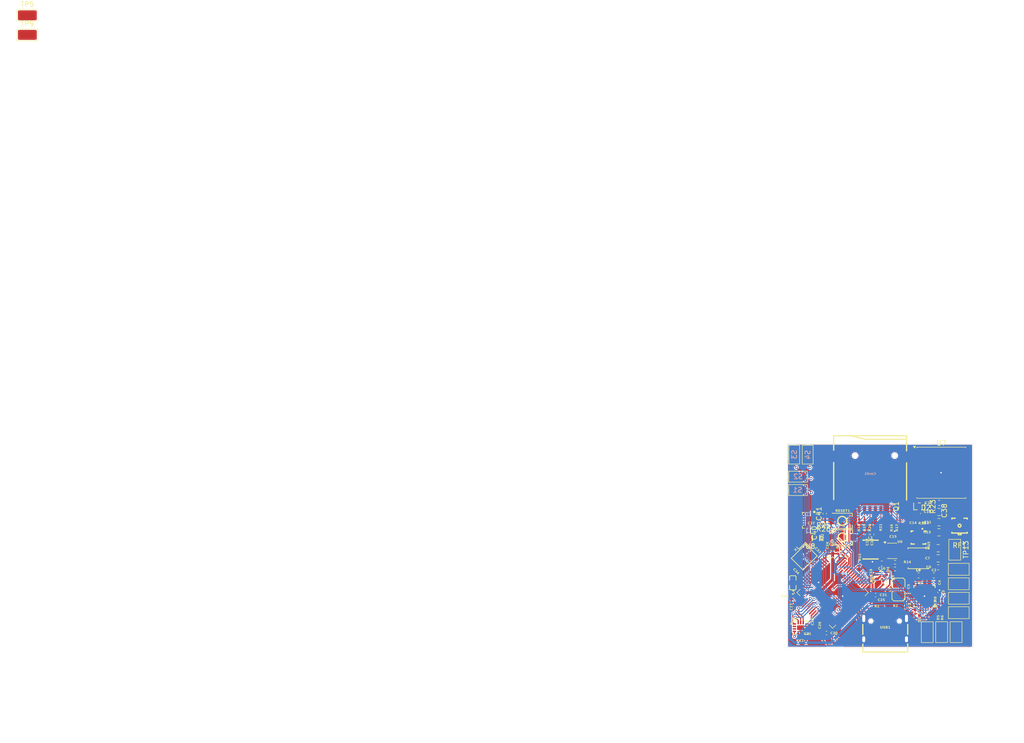
<source format=kicad_pcb>
(kicad_pcb (version 20241229) (generator "pcbnew") (generator_version "9.0")
  (layers (0 "F.Cu" signal) (2 "B.Cu" signal) (13 "F.Paste" user) (15 "B.Paste" user) (5 "F.SilkS" user "F.Silkscreen") (7 "B.SilkS" user "B.Silkscreen") (1 "F.Mask" user) (3 "B.Mask" user) (25 "Edge.Cuts" user))
  (net 0 "")
  (net 1 "VBUS")
  (net 2 "BAT+")
  (net 3 "GND")
  (net 4 "VREGN")
  (net 5 "Net-(U1-BTST)")
  (net 6 "/BTST")
  (net 7 "Net-(C5-Pad1)")
  (net 8 "VSYS")
  (net 9 "+5V")
  (net 10 "Net-(U5-Vaux)")
  (net 11 "Net-(U6-SW)")
  (net 12 "Net-(U6-CB)")
  (net 13 "+3.3V")
  (net 14 "Net-(U3-VCAP_1)")
  (net 15 "/HSE_IN")
  (net 16 "/HSE_OUT")
  (net 17 "/LSE_IN")
  (net 18 "/LSE_OUT")
  (net 19 "/RESET")
  (net 20 "/SD_DAT1")
  (net 21 "/SD_DAT0")
  (net 22 "/SD_CD")
  (net 23 "/SD_DAT2")
  (net 24 "/SD_DAT3")
  (net 25 "/SD_CLK")
  (net 26 "/SD_CMD")
  (net 27 "Net-(D1-K)")
  (net 28 "Net-(D1-A)")
  (net 29 "/SERVO1")
  (net 30 "/SERVO2")
  (net 31 "Net-(U3-VDDA)")
  (net 32 "Net-(U5-L1)")
  (net 33 "Net-(U5-L2)")
  (net 34 "Net-(USB1-CC1)")
  (net 35 "Net-(USB1-CC2)")
  (net 36 "Net-(U1-ILIM)")
  (net 37 "Net-(U1-TS)")
  (net 38 "/BQ_PG")
  (net 39 "/I2C_SDA")
  (net 40 "/I2C_SCL")
  (net 41 "/BQ_INT")
  (net 42 "Net-(U5-EN)")
  (net 43 "Net-(U5-PG)")
  (net 44 "Net-(U6-FB)")
  (net 45 "/BOOT")
  (net 49 "/BQ_CE")
  (net 50 "/ICM_INT1")
  (net 55 "/ICM_CS")
  (net 56 "/ICM_SCK")
  (net 57 "/ICM_INT2")
  (net 59 "/ICM_SDO")
  (net 60 "/ICM_SDI")
  (net 71 "/SERVO4")
  (net 73 "/SERVO3")
  (net 74 "/USB_DP")
  (net 77 "/BMP_INT")
  (net 78 "/USB_DN")
  (net 84 "/UART1_RX")
  (net 85 "/UART3_TX")
  (net 86 "/UART1_TX")
  (net 87 "/UART3_RX")
  (net 88 "/UART6_RX")
  (net 89 "/UART6_TX")
  (net 90 "/Connect this only if u have a 2s battery cuz it supports onyl 2s")
  (net 91 "Net-(C38-Pad2)")
  (net 92 "Net-(D2-A)")
  (net 93 "Net-(D2-K)")
  (net 94 "/RF")
  (net 102 "/PULSE")
  (net 103 "/VCC_RF")
  (net 104 "Net-(U8-C1)")
  (footprint "Resistor_SMD:R_0201_0603Metric" (layer "F.Cu") (at 163.26 103.48 180)
    (property "Reference" "R25")
    (property "Value" "4.7k")
  )
  (footprint "Capacitor_SMD:C_0402_1005Metric" (layer "F.Cu") (at 180.46 118.3 90)
    (property "Reference" "C5")
    (property "Value" "10uF")
  )
  (footprint "Capacitor_SMD:C_0201_0603Metric" (layer "F.Cu") (at 158.2 113.39 135)
    (property "Reference" "C34")
    (property "Value" "20pF")
  )
  (footprint "Resistor_SMD:R_0201_0603Metric" (layer "F.Cu") (at 188.74 100.1 90)
    (property "Reference" "R24" (hide yes))
    (property "Value" "10")
  )
  (footprint "Resistor_SMD:R_0201_0603Metric" (layer "F.Cu") (at 187.27 122.07 90)
    (property "Reference" "R6")
    (property "Value" "10K")
  )
  (footprint "TestPoint:TestPoint_Keystone_5019_Miniature" (layer "F.Cu") (at 190.6 119.27)
    (property "Reference" "TP12" (hide yes))
    (property "Value" "TestPoint_Flag")
  )
  (footprint "lcsc:CRYSTAL-SMD_4P-L3.2-W2.5-BL" (layer "F.Cu") (at 159.37 110.95 -135)
    (property "Reference" "X1")
    (property "Value" "X322525MOB4SI")
  )
  (footprint "Resistor_SMD:R_0201_0603Metric" (layer "F.Cu") (at 186.89 119.46)
    (property "Reference" "R8")
    (property "Value" "10K")
  )
  (footprint "TestPoint:TestPoint_Keystone_5019_Miniature" (layer "F.Cu") (at 184.22 126.13 90)
    (property "Reference" "TP6" (hide yes))
    (property "Value" "TestPoint_Flag")
  )
  (footprint "Capacitor_SMD:C_0201_0603Metric" (layer "F.Cu") (at 164.1 109.965 90)
    (property "Reference" "C24")
    (property "Value" "100nF")
  )
  (footprint "Resistor_SMD:R_0201_0603Metric" (layer "F.Cu") (at 184.32 100.76 -90)
    (property "Reference" "R23")
    (property "Value" "820")
  )
  (footprint "TestPoint:TestPoint_Keystone_5019_Miniature" (layer "F.Cu") (at 189.79 109.47 -90)
    (property "Reference" "TP13")
    (property "Value" "TestPoint_Flag")
  )
  (footprint "Resistor_SMD:R_0201_0603Metric" (layer "F.Cu") (at 172.65 103.69 -90)
    (property "Reference" "R20")
    (property "Value" "10K")
  )
  (footprint "RF_GPS:ublox_MAX" (layer "F.Cu") (at 187.08 93.91)
    (property "Reference" "U7")
    (property "Value" "MAX-M10S")
  )
  (footprint "lcsc:SOT-323-3_L2.0-W1.3-P1.30-LS2.1-BR" (layer "F.Cu") (at 182.62 100.7 90)
    (property "Reference" "Q1")
    (property "Value" "PDTC114EU,115")
  )
  (footprint "Capacitor_SMD:C_0201_0603Metric" (layer "F.Cu") (at 157.43 121.06 -90)
    (property "Reference" "C27")
    (property "Value" "100nF")
  )
  (footprint "Capacitor_SMD:C_0201_0603Metric" (layer "F.Cu") (at 188.73 101.585 90)
    (property "Reference" "C38")
    (property "Value" "100nF")
  )
  (footprint "Capacitor_SMD:C_0402_1005Metric" (layer "F.Cu") (at 163.51 102.18 90)
    (property "Reference" "C41")
    (property "Value" "0.1uF")
  )
  (footprint "Capacitor_SMD:C_0402_1005Metric" (layer "F.Cu") (at 180.46 120.45 -90)
    (property "Reference" "C1")
    (property "Value" "1uF")
  )
  (footprint "LED_SMD:LED_0402_1005Metric" (layer "F.Cu") (at 183.93 102.15)
    (property "Reference" "D2")
    (property "Value" "LED")
  )
  (footprint "TestPoint:TestPoint_Keystone_5015_Micro_Mini" (layer "F.Cu") (at 160.07 90.25 90)
    (property "Reference" "S4")
    (property "Value" "TestPoint_Flag")
  )
  (footprint "Capacitor_SMD:C_0402_1005Metric" (layer "F.Cu") (at 157.05 118.87)
    (property "Reference" "C28")
    (property "Value" "1uF")
  )
  (footprint "lcsc:USB-C-SMD_TYPE-C-6PIN-2MD-073" (layer "F.Cu") (at 175.71 125.18)
    (property "Reference" "USB1")
    (property "Value" "TYPE-C 16PIN 2MD(073)")
  )
  (footprint "Capacitor_SMD:C_0603_1608Metric" (layer "F.Cu") (at 186.44 113.015)
    (property "Reference" "C9")
    (property "Value" "10uF")
  )
  (footprint "TestPoint:TestPoint_Keystone_5015_Micro_Mini" (layer "F.Cu") (at 157.34 90.25 -90)
    (property "Reference" "S3")
    (property "Value" "TestPoint_Flag")
  )
  (footprint "Resistor_SMD:R_0201_0603Metric" (layer "F.Cu") (at 163.275 104.24 180)
    (property "Reference" "R26")
    (property "Value" "4.7k")
  )
  (footprint "TestPoint:TestPoint_Keystone_5019_Miniature" (layer "F.Cu") (at 2.375 5.425)
    (property "Reference" "TP9")
    (property "Value" "TestPoint_Flag")
  )
  (footprint "lcsc:VFQFPN-24_L4.0-W4.0-P0.50-BL-EP2.8" (layer "F.Cu") (at 183.66 118.85)
    (property "Reference" "U1")
    (property "Value" "BQ25883RGER")
  )
  (footprint "Capacitor_SMD:C_0201_0603Metric" (layer "F.Cu") (at 173.53 114.07 90)
    (property "Reference" "C19")
    (property "Value" "100nF")
  )
  (footprint "Capacitor_SMD:C_0402_1005Metric" (layer "F.Cu") (at 173.8 118.63)
    (property "Reference" "C31")
    (property "Value" "10uF")
  )
  (footprint "Capacitor_SMD:C_0805_2012Metric" (layer "F.Cu") (at 186.44 109.165)
    (property "Reference" "C8")
    (property "Value" "10uF")
  )
  (footprint "Capacitor_SMD:C_0805_2012Metric" (layer "F.Cu") (at 186.44 111.215)
    (property "Reference" "C7")
    (property "Value" "10uF")
  )
  (footprint "Capacitor_SMD:C_0201_0603Metric" (layer "F.Cu") (at 162.5 126.06 -90)
    (property "Reference" "C26")
    (property "Value" "100nF")
  )
  (footprint "Capacitor_SMD:C_0603_1608Metric" (layer "F.Cu") (at 182.46 114.65 180)
    (property "Reference" "C6")
    (property "Value" "44uF")
  )
  (footprint "LED_SMD:LED_0402_1005Metric" (layer "F.Cu") (at 182.69 122.2775 -90)
    (property "Reference" "D1")
    (property "Value" "LED")
  )
  (footprint "Capacitor_SMD:C_0805_2012Metric" (layer "F.Cu") (at 186.59 101.845)
    (property "Reference" "C10")
    (property "Value" "22uF")
  )
  (footprint "Resistor_SMD:R_0201_0603Metric" (layer "F.Cu") (at 176.655 115.095 -90)
    (property "Reference" "R9")
    (property "Value" "10K")
  )
  (footprint "lcsc:LGA-14_L3.0-W2.5-P0.50-TL" (layer "F.Cu") (at 158.65 125.22)
    (property "Reference" "U2")
    (property "Value" "ICM-45686" (hide yes))
  )
  (footprint "lcsc:IND-SMD_L3.0-W3.0" (layer "F.Cu") (at 172.76 109.44)
    (property "Reference" "L7")
    (property "Value" "YHNR3015-5R6M")
  )
  (footprint "Resistor_SMD:R_0201_0603Metric" (layer "F.Cu") (at 181.8 122.07 90)
    (property "Reference" "R7")
    (property "Value" "10K")
  )
  (footprint "Resistor_SMD:R_0201_0603Metric" (layer "F.Cu") (at 183.855 104.745)
    (property "Reference" "R12")
    (property "Value" "10K")
  )
  (footprint "Capacitor_SMD:C_0402_1005Metric" (layer "F.Cu") (at 163.86 126.31 180)
    (property "Reference" "C30")
    (property "Value" "1uF")
  )
  (footprint "TestPoint:TestPoint_Keystone_5019_Miniature" (layer "F.Cu") (at 190.6 116.35)
    (property "Reference" "TP11" (hide yes))
    (property "Value" "TestPoint_Flag")
  )
  (footprint "lcsc:RF-SMD_U.FL-R-SMT-1-80" (layer "F.Cu") (at 190.76 103.99 180)
    (property "Reference" "RF1")
    (property "Value" "U.FL-R-SMT-1(01)")
  )
  (footprint "Capacitor_SMD:C_0402_1005Metric" (layer "F.Cu") (at 186.72 118.12 90)
    (property "Reference" "C3")
    (property "Value" "10uF")
  )
  (footprint "Resistor_SMD:R_0201_0603Metric" (layer "F.Cu") (at 186.9 120.96)
    (property "Reference" "R4")
    (property "Value" "5.23K")
  )
  (footprint "Resistor_SMD:R_0201_0603Metric" (layer "F.Cu") (at 186.9 120.21)
    (property "Reference" "R3")
    (property "Value" "383")
  )
  (footprint "Capacitor_SMD:C_0603_1608Metric" (layer "F.Cu") (at 186.64 99.995)
    (property "Reference" "C12")
    (property "Value" "10uF")
  )
  (footprint "Capacitor_SMD:C_0201_0603Metric" (layer "F.Cu") (at 161.73 125.33 -90)
    (property "Reference" "C32")
    (property "Value" "2.2uF")
  )
  (footprint "lcsc:VQFN-HR-15_L3.0-W2.5-P0.50-BL_TPS63070RNMR" (layer "F.Cu") (at 182.46 106.87 180)
    (property "Reference" "U5")
    (property "Value" "TPS63070RNMR")
  )
  (footprint "lcsc:IND-SMD_L4.0-W4.0-A" (layer "F.Cu") (at 182.41 111.2)
    (property "Reference" "L6")
    (property "Value" "XFL4020-152MEC")
  )
  (footprint "TestPoint:TestPoint_Keystone_5019_Miniature" (layer "F.Cu") (at 190.59 122.19)
    (property "Reference" "TP14" (hide yes))
    (property "Value" "TestPoint_Flag")
  )
  (footprint "Resistor_SMD:R_0201_0603Metric" (layer "F.Cu") (at 177.81 121.5125)
    (property "Reference" "R2")
    (property "Value" "5.1K")
  )
  (footprint "TestPoint:TestPoint_Keystone_5019_Miniature" (layer "F.Cu") (at 2.375 1.475)
    (property "Reference" "TP5")
    (property "Value" "TestPoint_Flag")
  )
  (footprint "TestPoint:TestPoint_Keystone_5015_Micro_Mini" (layer "F.Cu") (at 158.12 97.41 180)
    (property "Reference" "S1")
    (property "Value" "TestPoint_Flag")
  )
  (footprint "Package_QFP:LQFP-64_10x10mm_P0.5mm" (layer "F.Cu") (at 165.1 118.115 -45)
    (property "Reference" "U3")
    (property "Value" "STM32F722RETx")
  )
  (footprint "Capacitor_SMD:C_0201_0603Metric" (layer "F.Cu") (at 161.71 109.75 -45)
    (property "Reference" "C33")
    (property "Value" "20pF")
  )
  (footprint "lcsc:L0603" (layer "F.Cu") (at 157.07 116.15 -90)
    (property "Reference" "L4")
    (property "Value" "FCM1608KF-601T03")
  )
  (footprint "Capacitor_SMD:C_0201_0603Metric" (layer "F.Cu") (at 174.055 115.645 -90)
    (property "Reference" "C20")
    (property "Value" "100nF")
  )
  (footprint "TestPoint:TestPoint_Keystone_5015_Micro_Mini" (layer "F.Cu") (at 158.12 94.7 180)
    (property "Reference" "S2")
    (property "Value" "TestPoint_Flag")
  )
  (footprint "Capacitor_SMD:C_0201_0603Metric" (layer "F.Cu") (at 163.83 105.01)
    (property "Reference" "C37")
    (property "Value" "100nF")
  )
  (footprint "Resistor_SMD:R_0201_0603Metric" (layer "F.Cu") (at 171.55 103.69 -90)
    (property "Reference" "R19")
    (property "Value" "10K")
  )
  (footprint "lcsc:SW-SMD_L3.9-W3.0-P4.45" (layer "F.Cu") (at 167.04 103.64 180)
    (property "Reference" "RESET1")
    (property "Value" "TS-1088-AR02016" (hide yes))
  )
  (footprint "Capacitor_SMD:C_0201_0603Metric" (layer "F.Cu") (at 160.03 127.12)
    (property "Reference" "C21")
    (property "Value" "100nF")
  )
  (footprint "Resistor_SMD:R_0201_0603Metric" (layer "F.Cu") (at 178.15 103.69 -90)
    (property "Reference" "R17")
    (property "Value" "10K")
  )
  (footprint "Resistor_SMD:R_0201_0603Metric" (layer "F.Cu") (at 170.45 103.69 -90)
    (property "Reference" "R18")
    (property "Value" "10K")
  )
  (footprint "Resistor_SMD:R_0402_1005Metric" (layer "F.Cu") (at 177.7325 112.0025 180)
    (property "Reference" "R14")
    (property "Value" "100K")
  )
  (footprint "lcsc:L2520" (layer "F.Cu") (at 178.41 117.5 -90)
    (property "Reference" "L5")
    (property "Value" "DFE252012F-1R0M=P2")
  )
  (footprint "Capacitor_SMD:C_0402_1005Metric" (layer "F.Cu") (at 172.12 106.39 -90)
    (property "Reference" "C17")
    (property "Value" "22uF" (hide yes))
  )
  (footprint "TestPoint:TestPoint_Keystone_5019_Miniature" (layer "F.Cu") (at 190.05 126.12 90)
    (property "Reference" "TP8" (hide yes))
    (property "Value" "TestPoint_Flag")
  )
  (footprint "lcsc:FC-135R_L3.2-W1.5" (layer "F.Cu") (at 161.76 107.095 90)
    (property "Reference" "X2")
    (property "Value" "Q13FC1350000400")
  )
  (footprint "lcsc:TF-SMD_TF-01A" (layer "F.Cu") (at 172.69 96.01 180)
    (property "Reference" "Card1")
    (property "Value" "TF-01A")
  )
  (footprint "Capacitor_SMD:C_0201_0603Metric" (layer "F.Cu") (at 186.06 116.35 -90)
    (property "Reference" "C4")
    (property "Value" "47nF")
  )
  (footprint "Resistor_SMD:R_0201_0603Metric" (layer "F.Cu") (at 186.47 122.07 90)
    (property "Reference" "R5")
    (property "Value" "30.1K")
  )
  (footprint "Capacitor_SMD:C_0402_1005Metric" (layer "F.Cu") (at 165.1 109.665 90)
    (property "Reference" "C29")
    (property "Value" "1uF")
  )
  (footprint "Capacitor_SMD:C_0201_0603Metric" (layer "F.Cu") (at 163.795 108.37)
    (property "Reference" "C35")
    (property "Value" "6.8pF")
  )
  (footprint "lcsc:LGA-10_L2.0-W2.0-P0.50-TL_BMP580" (layer "F.Cu") (at 175.03 114.02 90)
    (property "Reference" "U4")
    (property "Value" "BMP580")
  )
  (footprint "Capacitor_SMD:C_0201_0603Metric" (layer "F.Cu") (at 163.795 105.82)
    (property "Reference" "C36")
    (property "Value" "6.8pF")
  )
  (footprint "Package_TO_SOT_SMD:SOT-23-6" (layer "F.Cu") (at 177.1325 109.7025)
    (property "Reference" "U6")
    (property "Value" "LMR51430")
  )
  (footprint "Resistor_SMD:R_0201_0603Metric" (layer "F.Cu") (at 174.85 103.69 -90)
    (property "Reference" "R21")
    (property "Value" "10K")
  )
  (footprint "TestPoint:TestPoint_Keystone_5019_Miniature" (layer "F.Cu") (at 190.59 113.42)
    (property "Reference" "TP10" (hide yes))
    (property "Value" "TestPoint_Flag")
  )
  (footprint "Capacitor_SMD:C_0201_0603Metric" (layer "F.Cu") (at 181.36 104.745 180)
    (property "Reference" "C14")
    (property "Value" "100nF")
  )
  (footprint "Resistor_SMD:R_0402_1005Metric" (layer "F.Cu") (at 177.7325 113.3525)
    (property "Reference" "R15")
    (property "Value" "22.1K")
  )
  (footprint "Capacitor_SMD:C_0201_0603Metric" (layer "F.Cu") (at 166.175 109.94 90)
    (property "Reference" "C23")
    (property "Value" "100nF")
  )
  (footprint "Capacitor_SMD:C_0805_2012Metric" (layer "F.Cu") (at 186.59 103.895)
    (property "Reference" "C11")
    (property "Value" "22uF")
  )
  (footprint "Resistor_SMD:R_0201_0603Metric" (layer "F.Cu") (at 182.61 104.395 -90)
    (property "Reference" "R13")
    (property "Value" "10K")
  )
  (footprint "Capacitor_SMD:C_0402_1005Metric" (layer "F.Cu") (at 160.24 106.08 -90)
    (property "Reference" "C40")
    (property "Value" "4.7uF")
  )
  (footprint "Capacitor_SMD:C_0201_0603Metric" (layer "F.Cu") (at 158.53 127.13)
    (property "Reference" "C22")
    (property "Value" "100nF")
  )
  (footprint "Resistor_SMD:R_0201_0603Metric" (layer "F.Cu") (at 163.74 106.98 -90)
    (property "Reference" "R22")
    (property "Value" "10K")
  )
  (footprint "Resistor_SMD:R_0201_0603Metric" (layer "F.Cu") (at 174.065 121.5625 180)
    (property "Reference" "R1")
    (property "Value" "5.1K")
  )
  (footprint "Capacitor_SMD:C_0402_1005Metric" (layer "F.Cu") (at 173.1 106.39 -90)
    (property "Reference" "C18")
    (property "Value" "22uF" (hide yes))
  )
  (footprint "lcsc:LGA-16_L3.0-W3.0-P0.50-BL_SQ" (layer "F.Cu") (at 160.595 103.525001 180)
    (property "Reference" "U8")
    (property "Value" "QMC5883P")
  )
  (footprint "Resistor_SMD:R_0201_0603Metric" (layer "F.Cu") (at 170.61 112.325 90)
    (property "Reference" "R11")
    (property "Value" "10K")
  )
  (footprint "Capacitor_SMD:C_0201_0603Metric" (layer "F.Cu") (at 177.3125 107.5025 180)
    (property "Reference" "C15")
    (property "Value" "100nF")
  )
  (footprint "lcsc:SW-SMD_L3.9-W3.0-P4.45" (layer "F.Cu") (at 167.1 106.98 180)
    (property "Reference" "BOOT 1")
    (property "Value" "TS-1088-AR02016" (hide yes))
  )
  (footprint "Capacitor_SMD:C_0805_2012Metric" (layer "F.Cu") (at 186.59 105.945)
    (property "Reference" "C13")
    (property "Value" "22uF")
  )
  (footprint "Capacitor_SMD:C_0201_0603Metric" (layer "F.Cu") (at 173.635 119.63)
    (property "Reference" "C25")
    (property "Value" "100nF" (hide yes))
  )
  (footprint "Resistor_SMD:R_0201_0603Metric" (layer "F.Cu") (at 177.05 103.69 -90)
    (property "Reference" "R16")
    (property "Value" "10K")
  )
  (footprint "Capacitor_SMD:C_0603_1608Metric" (layer "F.Cu") (at 185.56 114.65)
    (property "Reference" "C2")
    (property "Value" "10uF")
  )
  (footprint "Resistor_SMD:R_0201_0603Metric" (layer "F.Cu") (at 175.33 116.17 -90)
    (property "Reference" "R10")
    (property "Value" "10K")
  )
  (footprint "Capacitor_SMD:C_0603_1608Metric" (layer "F.Cu") (at 175.0325 112.2525 180)
    (property "Reference" "C16")
    (property "Value" "2.2uF")
  )
  (footprint "TestPoint:TestPoint_Keystone_5019_Miniature" (layer "F.Cu") (at 187.14 126.12 90)
    (property "Reference" "TP7" (hide yes))
    (property "Value" "TestPoint_Flag")
  )
  (gr_rect (start 155.92 88.06) (end 193.48 129.26) (stroke (width 0.05)) (fill no) (layer "Edge.Cuts"))
  (segment (start 173.31 123.348) (end 173.31 122.8) (width 0.3) (layer "F.Cu") (net 1))
  (segment (start 178.11 123.378636) (end 178.11 122.8) (width 0.3) (layer "F.Cu") (net 1))
  (segment (start 173.964 124.002) (end 173.31 123.348) (width 0.3) (layer "F.Cu") (net 1))
  (segment (start 180.46 120.015) (end 180.46 119.97) (width 0.3) (layer "F.Cu") (net 1))
  (segment (start 178.11 122.273) (end 178.11 122.8) (width 0.3) (layer "F.Cu") (net 1))
  (segment (start 178.11 123.378636) (end 177.486636 124.002) (width 0.3) (layer "F.Cu") (net 1))
  (segment (start 180.83 119.6) (end 180.46 119.97) (width 0.3) (layer "F.Cu") (net 1))
  (segment (start 177.486636 124.002) (end 173.964 124.002) (width 0.3) (layer "F.Cu") (net 1))
  (segment (start 179.899 120.531) (end 179.899 121.284) (width 0.3) (layer "F.Cu") (net 1))
  (segment (start 181.66 119.6) (end 180.83 119.6) (width 0.3) (layer "F.Cu") (net 1))
  (segment (start 180.46 119.97) (end 179.899 120.531) (width 0.3) (layer "F.Cu") (net 1))
  (segment (start 185.145 107.755) (end 185.361 107.971) (width 0.6) (layer "F.Cu") (net 2))
  (segment (start 185.179 113.501) (end 185.665 113.015) (width 0.6) (layer "F.Cu") (net 2))
  (segment (start 184.084 107.5) (end 183.91 107.326) (width 0.6) (layer "F.Cu") (net 2))
  (segment (start 184.89 107.5) (end 184.21 107.5) (width 0.6) (layer "F.Cu") (net 2))
  (segment (start 185.665 111.39) (end 185.49 111.215) (width 0.6) (layer "F.Cu") (net 2))
  (segment (start 184.21 107.5) (end 183.91 107.8) (width 0.6) (layer "F.Cu") (net 2))
  (segment (start 180.309 113.501) (end 185.179 113.501) (width 0.6) (layer "F.Cu") (net 2))
  (segment (start 184.175 104.745) (end 184.175 105.025) (width 0.3) (layer "F.Cu") (net 2))
  (segment (start 185.49 108.1) (end 185.145 107.755) (width 0.6) (layer "F.Cu") (net 2))
  (segment (start 178.27 109.7025) (end 178.932499 109.7025) (width 0.6) (layer "F.Cu") (net 2))
  (segment (start 178.809 109.7025) (end 178.27 109.7025) (width 0.6) (layer "F.Cu") (net 2))
  (segment (start 184.511 105.361) (end 184.511 107.199) (width 0.3) (layer "F.Cu") (net 2))
  (segment (start 175.8075 112.2525) (end 175.8075 110.84) (width 0.6) (layer "F.Cu") (net 2))
  (segment (start 178.932499 109.7025) (end 180.309 111.079001) (width 0.6) (layer "F.Cu") (net 2))
  (segment (start 185.665 113.015) (end 185.665 111.39) (width 0.6) (layer "F.Cu") (net 2))
  (segment (start 185.145 107.755) (end 184.89 107.5) (width 0.6) (layer "F.Cu") (net 2))
  (segment (start 185.49 111.215) (end 185.49 109.165) (width 0.6) (layer "F.Cu") (net 2))
  (segment (start 185.49 109.165) (end 185.49 108.1) (width 0.6) (layer "F.Cu") (net 2))
  (segment (start 184.511 107.199) (end 184.21 107.5) (width 0.3) (layer "F.Cu") (net 2))
  (segment (start 175.8075 110.84) (end 175.995 110.6525) (width 0.6) (layer "F.Cu") (net 2))
  (segment (start 180.309 111.079001) (end 180.309 113.501) (width 0.6) (layer "F.Cu") (net 2))
  (segment (start 184.175 105.025) (end 184.511 105.361) (width 0.3) (layer "F.Cu") (net 2))
  (segment (start 160.845 104.785001) (end 160.845 104.433001) (width 0.3) (layer "F.Cu") (net 3))
  (segment (start 157.973726 111.144193) (end 157.991142 111.126777) (width 0.2) (layer "F.Cu") (net 3))
  (segment (start 159.845 104.433001) (end 159.845 104.785001) (width 0.3) (layer "F.Cu") (net 3))
  (segment (start 189.21 104.6) (end 188.245 104.6) (width 0.2) (layer "F.Cu") (net 3))
  (segment (start 174.02 113.75) (end 174.25 113.52) (width 0.3) (layer "F.Cu") (net 3))
  (segment (start 160.721 104.309001) (end 159.969 104.309001) (width 0.3) (layer "F.Cu") (net 3))
  (segment (start 161.139325 110.773223) (end 161.936274 109.976274) (width 0.2) (layer "F.Cu") (net 3))
  (segment (start 160.748858 110.773223) (end 161.139325 110.773223) (width 0.2) (layer "F.Cu") (net 3))
  (segment (start 157.973726 113.163726) (end 157.973726 111.144193) (width 0.2) (layer "F.Cu") (net 3))
  (segment (start 188.245 104.6) (end 187.54 103.895) (width 0.2) (layer "F.Cu") (net 3))
  (segment (start 192.31 104.6) (end 189.21 104.6) (width 0.2) (layer "F.Cu") (net 3))
  (segment (start 173.53 113.75) (end 173.98 113.75) (width 0.3) (layer "F.Cu") (net 3))
  (segment (start 187.31 120.21) (end 187.22 120.21) (width 0.3) (layer "F.Cu") (net 3))
  (segment (start 160.845 104.433001) (end 160.721 104.309001) (width 0.3) (layer "F.Cu") (net 3))
  (segment (start 159.969 104.309001) (end 159.845 104.433001) (width 0.3) (layer "F.Cu") (net 3))
  (segment (start 173.98 113.75) (end 174.25 114.02) (width 0.3) (layer "F.Cu") (net 3))
  (segment (start 173.53 113.75) (end 174.02 113.75) (width 0.3) (layer "F.Cu") (net 3))
  (via (at 177.64 105.72) (size 0.6) (drill 0.3) (layers "F.Cu" "B.Cu") (net 3))
  (via (at 183.67 118.85) (size 0.6) (drill 0.3) (layers "F.Cu" "B.Cu") (net 3))
  (via (at 173.16 111.9) (size 0.6) (drill 0.3) (layers "F.Cu" "B.Cu") (net 3))
  (via (at 186.72 117.64) (size 0.6) (drill 0.3) (layers "F.Cu" "B.Cu") (net 3))
  (via (at 162.27 116.07) (size 0.6) (drill 0.3) (layers "F.Cu" "B.Cu") (net 3))
  (via (at 167.13 118.85) (size 0.6) (drill 0.3) (layers "F.Cu" "B.Cu") (net 3))
  (via (at 187.02 93.89) (size 0.6) (drill 0.3) (layers "F.Cu" "B.Cu") (net 3))
  (segment (start 187.711 119.252479) (end 187.711 120.469) (width 0.2) (layer "F.Cu") (net 4))
  (segment (start 186.72 118.6) (end 187.23 118.09) (width 0.2) (layer "F.Cu") (net 4))
  (segment (start 186.72 118.6) (end 186.22 118.1) (width 0.2) (layer "F.Cu") (net 4))
  (segment (start 188.05 118.913479) (end 187.711 119.252479) (width 0.2) (layer "F.Cu") (net 4))
  (segment (start 188.05 118.22) (end 188.05 118.913479) (width 0.2) (layer "F.Cu") (net 4))
  (segment (start 187.92 118.09) (end 188.05 118.22) (width 0.2) (layer "F.Cu") (net 4))
  (segment (start 187.711 120.469) (end 187.22 120.96) (width 0.2) (layer "F.Cu") (net 4))
  (segment (start 187.23 118.09) (end 187.92 118.09) (width 0.2) (layer "F.Cu") (net 4))
  (segment (start 186.22 118.1) (end 185.66 118.1) (width 0.2) (layer "F.Cu") (net 4))
  (segment (start 186.06 116.67) (end 186.06 117.2) (width 0.3) (layer "F.Cu") (net 5))
  (segment (start 186.06 117.2) (end 185.66 117.6) (width 0.3) (layer "F.Cu") (net 5))
  (segment (start 186.06 116.03) (end 185.54 116.03) (width 0.3) (layer "F.Cu") (net 6))
  (segment (start 181.9 116.33) (end 178.41 116.33) (width 0.6) (layer "F.Cu") (net 6))
  (segment (start 182.42 116.85) (end 182.75 116.85) (width 0.6) (layer "F.Cu") (net 6))
  (segment (start 185.54 116.03) (end 185.52 116.05) (width 0.3) (layer "F.Cu") (net 6))
  (segment (start 182.42 116.85) (end 181.9 116.33) (width 0.6) (layer "F.Cu") (net 6))
  (via (at 185.52 116.05) (size 0.6) (drill 0.3) (layers "F.Cu" "B.Cu") (net 6))
  (via (at 181.9 116.33) (size 0.6) (drill 0.3) (layers "F.Cu" "B.Cu") (net 6))
  (segment (start 185.52 116.05) (end 182.18 116.05) (width 0.3) (layer "B.Cu") (net 6))
  (segment (start 182.18 116.05) (end 181.9 116.33) (width 0.3) (layer "B.Cu") (net 6))
  (segment (start 178.41 118.67) (end 180.35 118.67) (width 0.6) (layer "F.Cu") (net 7))
  (segment (start 181.621 118.78) (end 181.66 118.741) (width 0.6) (layer "F.Cu") (net 7))
  (segment (start 180.35 118.67) (end 180.46 118.78) (width 0.6) (layer "F.Cu") (net 7))
  (segment (start 180.46 118.78) (end 181.621 118.78) (width 0.6) (layer "F.Cu") (net 7))
  (segment (start 180.7 118.78) (end 180.879 118.959) (width 0.6) (layer "F.Cu") (net 7))
  (segment (start 180.46 118.78) (end 180.7 118.78) (width 0.6) (layer "F.Cu") (net 7))
  (segment (start 180.879 118.959) (end 181.66 118.959) (width 0.6) (layer "F.Cu") (net 7))
  (segment (start 183.75 115.165) (end 183.75 116.69) (width 0.6) (layer "F.Cu") (net 8))
  (segment (start 183.235 114.65) (end 183.75 115.165) (width 0.6) (layer "F.Cu") (net 8))
  (segment (start 183.75 115.165) (end 183.75 116.51) (width 0.6) (layer "F.Cu") (net 8))
  (segment (start 183.75 116.51) (end 183.551 116.709) (width 0.6) (layer "F.Cu") (net 8))
  (segment (start 180.76 107.55) (end 181.01 107.8) (width 0.6) (layer "F.Cu") (net 9))
  (segment (start 188.28 111.11) (end 188.28 108.585) (width 0.3) (layer "F.Cu") (net 9))
  (segment (start 180.633 106.3) (end 181.01 106.3) (width 0.2) (layer "F.Cu") (net 9))
  (segment (start 185.64 103.01) (end 185.64 102.685) (width 0.6) (layer "F.Cu") (net 9))
  (segment (start 188.28 108.585) (end 185.64 105.945) (width 0.3) (layer "F.Cu") (net 9))
  (segment (start 188.49384 123.441) (end 188.401 123.34816) (width 0.3) (layer "F.Cu") (net 9))
  (segment (start 185.64 103.895) (end 185.64 103.01) (width 0.6) (layer "F.Cu") (net 9))
  (segment (start 184.22 126.13) (end 184.22 128.03) (width 0.3) (layer "F.Cu") (net 9))
  (segment (start 180.14 104.703708) (end 181.833708 103.01) (width 0.6) (layer "F.Cu") (net 9))
  (segment (start 191.014448 128.271) (end 191.301 127.984448) (width 0.3) (layer "F.Cu") (net 9))
  (segment (start 184.22 128.03) (end 184.461 128.271) (width 0.3) (layer "F.Cu") (net 9))
  (segment (start 185.64 103.895) (end 185.64 105.945) (width 0.6) (layer "F.Cu") (net 9))
  (segment (start 181.833708 103.01) (end 185.64 103.01) (width 0.6) (layer "F.Cu") (net 9))
  (segment (start 191.301 127.984448) (end 191.301 124.255552) (width 0.3) (layer "F.Cu") (net 9))
  (segment (start 181.01 106.3) (end 180.61 106.3) (width 0.2) (layer "F.Cu") (net 9))
  (segment (start 185.47 102.855) (end 185.64 102.685) (width 0.3) (layer "F.Cu") (net 9))
  (segment (start 190.414552 113.42) (end 190.59 113.42) (width 0.3) (layer "F.Cu") (net 9))
  (segment (start 185.46 104.075) (end 185.64 103.895) (width 0.3) (layer "F.Cu") (net 9))
  (segment (start 191.301 124.255552) (end 190.486448 123.441) (width 0.3) (layer "F.Cu") (net 9))
  (segment (start 188.401 123.34816) (end 188.401 115.433552) (width 0.3) (layer "F.Cu") (net 9))
  (segment (start 184.461 128.271) (end 191.014448 128.271) (width 0.3) (layer "F.Cu") (net 9))
  (segment (start 180.733 107.8) (end 180.14 107.207) (width 0.6) (layer "F.Cu") (net 9))
  (segment (start 190.59 113.42) (end 188.28 111.11) (width 0.3) (layer "F.Cu") (net 9))
  (segment (start 180.14 107.207) (end 180.14 104.703708) (width 0.6) (layer "F.Cu") (net 9))
  (segment (start 181.01 107.8) (end 180.733 107.8) (width 0.6) (layer "F.Cu") (net 9))
  (segment (start 185.64 100.22) (end 185.865 99.995) (width 0.6) (layer "F.Cu") (net 9))
  (segment (start 182.61 104.075) (end 185.46 104.075) (width 0.3) (layer "F.Cu") (net 9))
  (segment (start 185.64 102.685) (end 185.64 101.845) (width 0.6) (layer "F.Cu") (net 9))
  (segment (start 185.64 101.845) (end 185.64 100.22) (width 0.6) (layer "F.Cu") (net 9))
  (segment (start 180.786 107.55) (end 181.01 107.326) (width 0.6) (layer "F.Cu") (net 9))
  (segment (start 190.486448 123.441) (end 188.49384 123.441) (width 0.3) (layer "F.Cu") (net 9))
  (segment (start 188.401 115.433552) (end 190.414552 113.42) (width 0.3) (layer "F.Cu") (net 9))
  (segment (start 174.3525 109.7025) (end 174.09 109.44) (width 0.4) (layer "F.Cu") (net 11))
  (segment (start 176.349468 109.7025) (end 175.995 109.7025) (width 0.4) (layer "F.Cu") (net 11))
  (segment (start 176.9925 109.3175) (end 176.6075 109.7025) (width 0.4) (layer "F.Cu") (net 11))
  (segment (start 176.9925 107.5025) (end 176.9925 109.3175) (width 0.4) (layer "F.Cu") (net 11))
  (segment (start 177.2225 112.0025) (end 177.2225 110.575532) (width 0.4) (layer "F.Cu") (net 11))
  (segment (start 177.2225 110.575532) (end 176.349468 109.7025) (width 0.4) (layer "F.Cu") (net 11))
  (segment (start 175.995 109.7025) (end 174.3525 109.7025) (width 0.4) (layer "F.Cu") (net 11))
  (segment (start 176.6075 109.7025) (end 175.995 109.7025) (width 0.4) (layer "F.Cu") (net 11))
  (segment (start 177.6325 108.115) (end 178.27 108.7525) (width 0.4) (layer "F.Cu") (net 12))
  (segment (start 177.6325 107.5025) (end 177.6325 108.115) (width 0.4) (layer "F.Cu") (net 12))
  (segment (start 160.845 102.265001) (end 160.845 101.8679) (width 0.3) (layer "F.Cu") (net 13))
  (segment (start 173.75 105.62) (end 173.75 101.515) (width 0.6) (layer "F.Cu") (net 13))
  (segment (start 162.7783 125.74) (end 162.5 125.74) (width 0.3) (layer "F.Cu") (net 13))
  (segment (start 175.33 116.49) (end 174.03 117.79) (width 0.3) (layer "F.Cu") (net 13))
  (segment (start 184.32 100.44) (end 184.32 98.3) (width 0.3) (layer "F.Cu") (net 13))
  (segment (start 156.849 118.47203) (end 156.849 119.589) (width 0.6) (layer "F.Cu") (net 13))
  (segment (start 173.855001 115.325) (end 173.18 116.000001) (width 0.4) (layer "F.Cu") (net 13))
  (segment (start 183.89 97.87) (end 183.23 97.21) (width 0.3) (layer "F.Cu") (net 13))
  (segment (start 183.89 96.38) (end 183.89 97.87) (width 0.3) (layer "F.Cu") (net 13))
  (segment (start 163.738819 124.779481) (end 163.738819 125.708819) (width 0.3) (layer "F.Cu") (net 13))
  (segment (start 173.315 119.63) (end 173.315 118.635) (width 0.3) (layer "F.Cu") (net 13))
  (segment (start 174.055 115.325) (end 173.855001 115.325) (width 0.4) (layer "F.Cu") (net 13))
  (segment (start 159.71 127.12) (end 159.71 126.17) (width 0.3) (layer "F.Cu") (net 13))
  (segment (start 174.255 115.325) (end 174.78 114.8) (width 0.4) (layer "F.Cu") (net 13))
  (segment (start 173.315 119.63) (end 173.315 119.76) (width 0.3) (layer "F.Cu") (net 13))
  (segment (start 170.45 104.01) (end 178.15 104.01) (width 0.6) (layer "F.Cu") (net 13))
  (segment (start 183.23 97.21) (end 182.33 97.21) (width 0.3) (layer "F.Cu") (net 13))
  (segment (start 171 105.91) (end 170.18 106.73) (width 0.6) (layer "F.Cu") (net 13))
  (segment (start 159.71 128.22) (end 159.74 128.25) (width 0.3) (layer "F.Cu") (net 13))
  (segment (start 161.3039 101.409) (end 162.259 101.409) (width 0.3) (layer "F.Cu") (net 13))
  (segment (start 163.738819 110.646181) (end 164.1 110.285) (width 0.3) (layer "F.Cu") (net 13))
  (segment (start 172.12 105.91) (end 173.1 105.91) (width 0.6) (layer "F.Cu") (net 13))
  (segment (start 173.53 114.39) (end 173.66 114.52) (width 0.4) (layer "F.Cu") (net 13))
  (segment (start 173.029 113.059) (end 171.43 111.46) (width 0.4) (layer "F.Cu") (net 13))
  (segment (start 165.215 110.26) (end 165.1 110.145) (width 0.3) (layer "F.Cu") (net 13))
  (segment (start 176.655 115.415) (end 176.655 116.52) (width 0.3) (layer "F.Cu") (net 13))
  (segment (start 184.01 95.01) (end 184.32 95.32) (width 0.2) (layer "F.Cu") (net 13))
  (segment (start 157.07 117.07) (end 156.57 117.57) (width 0.6) (layer "F.Cu") (net 13))
  (segment (start 157.07 117.07) (end 157.07 116.85) (width 0.6) (layer "F.Cu") (net 13))
  (segment (start 160.845 101.8679) (end 161.3039 101.409) (width 0.3) (layer "F.Cu") (net 13))
  (segment (start 163.738819 111.450519) (end 163.738819 110.646181) (width 0.3) (layer "F.Cu") (net 13))
  (segment (start 184.32 98.3) (end 183.89 97.87) (width 0.3) (layer "F.Cu") (net 13))
  (segment (start 173.18 116.000001) (end 173.18 114.74) (width 0.4) (layer "F.Cu") (net 13))
  (segment (start 171.764481 119.476181) (end 172.473819 119.476181) (width 0.3) (layer "F.Cu") (net 13))
  (segment (start 159.71 127.12) (end 159.71 128.22) (width 0.3) (layer "F.Cu") (net 13))
  (segment (start 182.33 96.11) (end 183.62 96.11) (width 0.3) (layer "F.Cu") (net 13))
  (segment (start 181.59 121.54) (end 181.8 121.75) (width 0.3) (layer "F.Cu") (net 13))
  (segment (start 159.71 126.17) (end 159.91 125.97) (width 0.3) (layer "F.Cu") (net 13))
  (segment (start 164.1 110.285) (end 164.96 110.285) (width 0.3) (layer "F.Cu") (net 13))
  (segment (start 157.43 120.74) (end 157.43 120.17) (width 0.3) (layer "F.Cu") (net 13))
  (segment (start 162.45 118.14) (end 157.18103 118.14) (width 0.6) (layer "F.Cu") (net 13))
  (segment (start 171.43 111.46) (end 171.43 109.44) (width 0.6) (layer "F.Cu") (net 13))
  (segment (start 173.315 119.685) (end 172.43 120.57) (width 0.3) (layer "F.Cu") (net 13))
  (segment (start 173.18 114.74) (end 173.53 114.39) (width 0.4) (layer "F.Cu") (net 13))
  (segment (start 158.21 128.17) (end 158.13 128.25) (width 0.2) (layer "F.Cu") (net 13))
  (segment (start 182.33 95.01) (end 184.01 95.01) (width 0.2) (layer "F.Cu") (net 13))
  (segment (start 173.315 118.635) (end 173.32 118.63) (width 0.3) (layer "F.Cu") (net 13))
  (segment (start 173.18 117.795) (end 174.03 117.795) (width 0.6) (layer "F.Cu") (net 13))
  (segment (start 158.21 127.13) (end 158.21 128.17) (width 0.2) (layer "F.Cu") (net 13))
  (segment (start 172.473819 119.476181) (end 173.32 118.63) (width 0.3) (layer "F.Cu") (net 13))
  (segment (start 162.259 101.409) (end 163.51 102.66) (width 0.3) (layer "F.Cu") (net 13))
  (segment (start 166.175 110.26) (end 165.215 110.26) (width 0.3) (layer "F.Cu") (net 13))
  (segment (start 164.34 126.55) (end 165.3775 127.5875) (width 0.3) (layer "F.Cu") (net 13))
  (segment (start 173.18 117.795) (end 173.18 118.49) (width 0.4) (layer "F.Cu") (net 13))
  (segment (start 170.18 106.73) (end 169.53 106.73) (width 0.6) (layer "F.Cu") (net 13))
  (segment (start 170.61 112.005) (end 170.885 112.005) (width 0.2) (layer "F.Cu") (net 13))
  (segment (start 164.34 126.31) (end 164.34 126.55) (width 0.3) (layer "F.Cu") (net 13))
  (segment (start 163.738819 124.779481) (end 162.7783 125.74) (width 0.3) (layer "F.Cu") (net 13))
  (segment (start 156.57 119.31) (end 157.08 119.82) (width 0.6) (layer "F.Cu") (net 13))
  (segment (start 183.62 96.11) (end 183.89 96.38) (width 0.3) (layer "F.Cu") (net 13))
  (segment (start 166.461181 110.546181) (end 166.175 110.26) (width 0.3) (layer "F.Cu") (net 13))
  (segment (start 173.46 105.91) (end 173.75 105.62) (width 0.6) (layer "F.Cu") (net 13))
  (segment (start 169.53 106.73) (end 169.28 106.98) (width 0.6) (layer "F.Cu") (net 13))
  (segment (start 170.885 112.005) (end 171.43 111.46) (width 0.2) (layer "F.Cu") (net 13))
  (segment (start 165.1 110.145) (end 165.1 115.49) (width 0.6) (layer "F.Cu") (net 13))
  (segment (start 156.57 118.87) (end 156.57 119.31) (width 0.6) (layer "F.Cu") (net 13))
  (segment (start 156.57 117.57) (end 156.57 118.87) (width 0.6) (layer "F.Cu") (net 13))
  (segment (start 173.18 118.49) (end 173.32 118.63) (width 0.4) (layer "F.Cu") (net 13))
  (segment (start 173.66 114.52) (end 174.25 114.52) (width 0.4) (layer "F.Cu") (net 13))
  (segment (start 163.595 102.745) (end 163.51 102.66) (width 0.3) (layer "F.Cu") (net 13))
  (segment (start 174.03 117.79) (end 174.03 117.795) (width 0.3) (layer "F.Cu") (net 13))
  (segment (start 176.655 116.52) (end 175.38 117.795) (width 0.3) (layer "F.Cu") (net 13))
  (segment (start 157.43 120.74) (end 158.585912 120.74) (width 0.3) (layer "F.Cu") (net 13))
  (segment (start 184.32 95.32) (end 184.32 98.3) (width 0.2) (layer "F.Cu") (net 13))
  (segment (start 158.15 126.23) (end 158.15 127.15916) (width 0.3) (layer "F.Cu") (net 13))
  (segment (start 173.18 116.000001) (end 173.18 117.795) (width 0.4) (layer "F.Cu") (net 13))
  (segment (start 171 105.91) (end 172.12 105.91) (width 0.6) (layer "F.Cu") (net 13))
  (segment (start 173.18 114.74) (end 173.029 114.589) (width 0.4) (layer "F.Cu") (net 13))
  (segment (start 157.43 120.17) (end 157.08 119.82) (width 0.3) (layer "F.Cu") (net 13))
  (segment (start 156.849 119.589) (end 157.08 119.82) (width 0.6) (layer "F.Cu") (net 13))
  (segment (start 163.595 104.24) (end 163.595 102.745) (width 0.3) (layer "F.Cu") (net 13))
  (segment (start 158.585912 120.74) (end 159.142625 120.183287) (width 0.3) (layer "F.Cu") (net 13))
  (segment (start 173.029 114.589) (end 173.029 113.059) (width 0.4) (layer "F.Cu") (net 13))
  (segment (start 163.738819 125.708819) (end 164.34 126.31) (width 0.3) (layer "F.Cu") (net 13))
  (segment (start 164.96 110.285) (end 165.1 110.145) (width 0.3) (layer "F.Cu") (net 13))
  (segment (start 157.18103 118.14) (end 156.849 118.47203) (width 0.6) (layer "F.Cu") (net 13))
  (segment (start 165.1 115.49) (end 162.45 118.14) (width 0.6) (layer "F.Cu") (net 13))
  (segment (start 173.1 105.91) (end 173.46 105.91) (width 0.6) (layer "F.Cu") (net 13))
  (segment (start 180.92 121.54) (end 181.59 121.54) (width 0.3) (layer "F.Cu") (net 13))
  (segment (start 174.03 117.795) (end 175.38 117.795) (width 0.6) (layer "F.Cu") (net 13))
  (segment (start 173.315 119.63) (end 173.315 119.685) (width 0.3) (layer "F.Cu") (net 13))
  (segment (start 166.461181 111.450519) (end 166.461181 110.546181) (width 0.3) (layer "F.Cu") (net 13))
  (segment (start 174.055 115.325) (end 174.255 115.325) (width 0.4) (layer "F.Cu") (net 13))
  (via (at 172.43 120.57) (size 0.6) (drill 0.3) (layers "F.Cu" "B.Cu") (net 13))
  (via (at 157.08 119.82) (size 0.6) (drill 0.3) (layers "F.Cu" "B.Cu") (net 13))
  (via (at 187.54 118.59) (size 0.6) (drill 0.3) (layers "F.Cu" "B.Cu") (net 13))
  (via (at 158.13 128.25) (size 0.6) (drill 0.3) (layers "F.Cu" "B.Cu") (net 13))
  (via (at 180.92 121.54) (size 0.6) (drill 0.3) (layers "F.Cu" "B.Cu") (net 13))
  (via (at 165.3775 127.5875) (size 0.6) (drill 0.3) (layers "F.Cu" "B.Cu") (net 13))
  (via (at 159.74 128.25) (size 0.6) (drill 0.3) (layers "F.Cu" "B.Cu") (net 13))
  (segment (start 187.44 118.948172) (end 187.21 119.178172) (width 0.3) (layer "B.Cu") (net 13))
  (segment (start 170.17 122.83) (end 170.135 122.83) (width 0.6) (layer "B.Cu") (net 13))
  (segment (start 187.44 118.69) (end 187.44 118.948172) (width 0.3) (layer "B.Cu") (net 13))
  (segment (start 179.09 120.57) (end 172.43 120.57) (width 0.3) (layer "B.Cu") (net 13))
  (segment (start 157.36 128.25) (end 164.715 128.25) (width 0.6) (layer "B.Cu") (net 13))
  (segment (start 156.43 120.47) (end 156.43 127.32) (width 0.6) (layer "B.Cu") (net 13))
  (segment (start 187.21 119.178172) (end 187.21 120.06) (width 0.3) (layer "B.Cu") (net 13))
  (segment (start 183.9 123.37) (end 183.9 123.38) (width 0.3) (layer "B.Cu") (net 13))
  (segment (start 164.715 128.25) (end 165.3775 127.5875) (width 0.6) (layer "B.Cu") (net 13))
  (segment (start 157.08 119.82) (end 156.43 120.47) (width 0.6) (layer "B.Cu") (net 13))
  (segment (start 187.21 120.06) (end 183.9 123.37) (width 0.3) (layer "B.Cu") (net 13))
  (segment (start 187.54 118.59) (end 187.44 118.69) (width 0.3) (layer "B.Cu") (net 13))
  (segment (start 180.06 121.54) (end 179.09 120.57) (width 0.3) (layer "B.Cu") (net 13))
  (segment (start 170.135 122.83) (end 165.3775 127.5875) (width 0.6) (layer "B.Cu") (net 13))
  (segment (start 182.24965 123.46) (end 180.92 122.13035) (width 0.3) (layer "B.Cu") (net 13))
  (segment (start 180.92 121.54) (end 180.06 121.54) (width 0.3) (layer "B.Cu") (net 13))
  (segment (start 156.43 127.32) (end 157.36 128.25) (width 0.6) (layer "B.Cu") (net 13))
  (segment (start 172.43 120.57) (end 170.17 122.83) (width 0.6) (layer "B.Cu") (net 13))
  (segment (start 183.82 123.46) (end 182.24965 123.46) (width 0.3) (layer "B.Cu") (net 13))
  (segment (start 183.9 123.38) (end 183.82 123.46) (width 0.3) (layer "B.Cu") (net 13))
  (segment (start 180.92 122.13035) (end 180.92 121.54) (width 0.3) (layer "B.Cu") (net 13))
  (segment (start 162.094088 125.01) (end 163.031713 124.072375) (width 0.3) (layer "F.Cu") (net 14))
  (segment (start 161.73 125.01) (end 162.094088 125.01) (width 0.3) (layer "F.Cu") (net 14))
  (segment (start 161.483726 109.523726) (end 159.594193 109.523726) (width 0.2) (layer "F.Cu") (net 15))
  (segment (start 159.546777 110.84535) (end 160.729285 112.027858) (width 0.2) (layer "F.Cu") (net 15))
  (segment (start 161.487732 112.027858) (end 162.324606 112.864732) (width 0.2) (layer "F.Cu") (net 15))
  (segment (start 159.744193 109.373726) (end 159.546777 109.571142) (width 0.2) (layer "F.Cu") (net 15))
  (segment (start 160.729285 112.027858) (end 161.487732 112.027858) (width 0.2) (layer "F.Cu") (net 15))
  (segment (start 159.546777 109.571142) (end 159.546777 110.84535) (width 0.2) (layer "F.Cu") (net 15))
  (segment (start 159.594193 109.523726) (end 159.546777 109.571142) (width 0.2) (layer "F.Cu") (net 15))
  (segment (start 161.971052 113.218286) (end 161.953286 113.218286) (width 0.2) (layer "F.Cu") (net 16))
  (segment (start 161.081624 112.328858) (end 161.971052 113.218286) (width 0.2) (layer "F.Cu") (net 16))
  (segment (start 158.426274 113.616274) (end 159.193223 112.849325) (width 0.2) (layer "F.Cu") (net 16))
  (segment (start 159.193223 112.328858) (end 161.081624 112.328858) (width 0.2) (layer "F.Cu") (net 16))
  (segment (start 159.193223 112.849325) (end 159.193223 112.328858) (width 0.2) (layer "F.Cu") (net 16))
  (segment (start 161.785 108.37) (end 161.76 108.345) (width 0.2) (layer "F.Cu") (net 17))
  (segment (start 163.475 108.37) (end 163.475 110.065) (width 0.2) (layer "F.Cu") (net 17))
  (segment (start 163.475 108.37) (end 161.785 108.37) (width 0.2) (layer "F.Cu") (net 17))
  (segment (start 162.45 111.09) (end 162.45 111.575912) (width 0.2) (layer "F.Cu") (net 17))
  (segment (start 163.475 110.065) (end 162.45 111.09) (width 0.2) (layer "F.Cu") (net 17))
  (segment (start 162.45 111.575912) (end 163.031713 112.157625) (width 0.2) (layer "F.Cu") (net 17))
  (segment (start 161.785 105.82) (end 161.76 105.845) (width 0.2) (layer "F.Cu") (net 18))
  (segment (start 163.475 105.82) (end 161.785 105.82) (width 0.2) (layer "F.Cu") (net 18))
  (segment (start 164.52 105.2) (end 164.52 105.15) (width 0.2) (layer "F.Cu") (net 19))
  (segment (start 164.86 104.81) (end 164.86 103.64) (width 0.2) (layer "F.Cu") (net 19))
  (segment (start 164.63 105.31) (end 164.52 105.2) (width 0.2) (layer "F.Cu") (net 19))
  (segment (start 164.52 105.15) (end 164.86 104.81) (width 0.2) (layer "F.Cu") (net 19))
  (segment (start 164.52 105.2) (end 164.33 105.01) (width 0.2) (layer "F.Cu") (net 19))
  (segment (start 164.63 105.780998) (end 164.63 105.31) (width 0.2) (layer "F.Cu") (net 19))
  (segment (start 160.81283 112.76717) (end 161.617499 113.571839) (width 0.2) (layer "F.Cu") (net 19))
  (segment (start 164.849 105.999998) (end 164.63 105.780998) (width 0.2) (layer "F.Cu") (net 19))
  (segment (start 164.33 105.01) (end 164.15 105.01) (width 0.2) (layer "F.Cu") (net 19))
  (via (at 164.849 105.999998) (size 0.4) (drill 0.2) (layers "F.Cu" "B.Cu") (net 19))
  (via (at 160.81283 112.76717) (size 0.4) (drill 0.2) (layers "F.Cu" "B.Cu") (net 19))
  (segment (start 164.849 105.999998) (end 164.849 108.731) (width 0.2) (layer "B.Cu") (net 19))
  (segment (start 164.849 108.731) (end 160.81283 112.76717) (width 0.2) (layer "B.Cu") (net 19))
  (segment (start 178.15 101.515) (end 178.15 102.565) (width 0.2) (layer "F.Cu") (net 20))
  (segment (start 178.15 102.565) (end 178.15 103.37) (width 0.2) (layer "F.Cu") (net 20))
  (segment (start 165.6575 119.0225) (end 168.936054 122.301054) (width 0.2) (layer "F.Cu") (net 20))
  (segment (start 168.936054 122.301054) (end 168.936054 122.304608) (width 0.2) (layer "F.Cu") (net 20))
  (via (at 165.6575 119.0225) (size 0.4) (drill 0.2) (layers "F.Cu" "B.Cu") (net 20))
  (via (at 178.15 102.59) (size 0.4) (drill 0.2) (layers "F.Cu" "B.Cu") (net 20))
  (segment (start 171.085 100.865) (end 176.425 100.865) (width 0.2) (layer "B.Cu") (net 20))
  (segment (start 163.7 110.731356) (end 165.451 108.980356) (width 0.2) (layer "B.Cu") (net 20))
  (segment (start 165.47 106.48) (end 171.085 100.865) (width 0.2) (layer "B.Cu") (net 20))
  (segment (start 165.47 106.555678) (end 165.47 106.48) (width 0.2) (layer "B.Cu") (net 20))
  (segment (start 176.425 100.865) (end 178.15 102.59) (width 0.2) (layer "B.Cu") (net 20))
  (segment (start 165.6575 119.0225) (end 163.7 117.065) (width 0.2) (layer "B.Cu") (net 20))
  (segment (start 165.451 108.980356) (end 165.451 106.574678) (width 0.2) (layer "B.Cu") (net 20))
  (segment (start 165.451 106.574678) (end 165.47 106.555678) (width 0.2) (layer "B.Cu") (net 20))
  (segment (start 163.7 117.065) (end 163.7 110.731356) (width 0.2) (layer "B.Cu") (net 20))
  (segment (start 167.55 121.480686) (end 167.55 121.62566) (width 0.2) (layer "F.Cu") (net 21))
  (segment (start 177.05 101.515) (end 177.05 100.39) (width 0.2) (layer "F.Cu") (net 21))
  (segment (start 177.05 100.39) (end 176.975 100.315) (width 0.2) (layer "F.Cu") (net 21))
  (segment (start 177.05 102.565) (end 177.05 103.37) (width 0.2) (layer "F.Cu") (net 21))
  (segment (start 167.55 121.62566) (end 168.582501 122.658161) (width 0.2) (layer "F.Cu") (net 21))
  (segment (start 165.109657 119.040343) (end 167.55 121.480686) (width 0.2) (layer "F.Cu") (net 21))
  (segment (start 177.05 101.515) (end 177.05 102.565) (width 0.2) (layer "F.Cu") (net 21))
  (via (at 165.109657 119.040343) (size 0.4) (drill 0.2) (layers "F.Cu" "B.Cu") (net 21))
  (via (at 176.975 100.315) (size 0.4) (drill 0.2) (layers "F.Cu" "B.Cu") (net 21))
  (segment (start 165.169 106.355322) (end 170.960322 100.564) (width 0.2) (layer "B.Cu") (net 21))
  (segment (start 170.960322 100.564) (end 171.036 100.564) (width 0.2) (layer "B.Cu") (net 21))
  (segment (start 163.23 110.775678) (end 165.15 108.855678) (width 0.2) (layer "B.Cu") (net 21))
  (segment (start 165.025343 119.040343) (end 163.23 117.245) (width 0.2) (layer "B.Cu") (net 21))
  (segment (start 171.135 100.465) (end 176.825 100.465) (width 0.2) (layer "B.Cu") (net 21))
  (segment (start 165.15 108.855678) (end 165.15 106.45) (width 0.2) (layer "B.Cu") (net 21))
  (segment (start 165.15 106.45) (end 165.169 106.431) (width 0.2) (layer "B.Cu") (net 21))
  (segment (start 176.825 100.465) (end 176.975 100.315) (width 0.2) (layer "B.Cu") (net 21))
  (segment (start 165.169 106.431) (end 165.169 106.355322) (width 0.2) (layer "B.Cu") (net 21))
  (segment (start 163.23 117.245) (end 163.23 110.775678) (width 0.2) (layer "B.Cu") (net 21))
  (segment (start 171.036 100.564) (end 171.135 100.465) (width 0.2) (layer "B.Cu") (net 21))
  (segment (start 165.109657 119.040343) (end 165.025343 119.040343) (width 0.2) (layer "B.Cu") (net 21))
  (segment (start 179.25 103.64) (end 179.25 101.515) (width 0.2) (layer "F.Cu") (net 22))
  (segment (start 165.99434 116.72566) (end 167.55 116.72566) (width 0.2) (layer "F.Cu") (net 22))
  (segment (start 165.25 117.47) (end 165.99434 116.72566) (width 0.2) (layer "F.Cu") (net 22))
  (segment (start 167.55 116.72566) (end 169.643161 114.632499) (width 0.2) (layer "F.Cu") (net 22))
  (via (at 179.25 103.64) (size 0.4) (drill 0.2) (layers "F.Cu" "B.Cu") (net 22))
  (via (at 165.25 117.47) (size 0.4) (drill 0.2) (layers "F.Cu" "B.Cu") (net 22))
  (segment (start 178.525 103.64) (end 179.25 103.64) (width 0.2) (layer "B.Cu") (net 22))
  (segment (start 176.175 101.29) (end 178.525 103.64) (width 0.2) (layer "B.Cu") (net 22))
  (segment (start 164.89 109.967034) (end 165.752 109.105034) (width 0.2) (layer "B.Cu") (net 22))
  (segment (start 165.25 117.47) (end 165.25 114.44) (width 0.2) (layer "B.Cu") (net 22))
  (segment (start 171.18 101.29) (end 176.175 101.29) (width 0.2) (layer "B.Cu") (net 22))
  (segment (start 165.752 109.105034) (end 165.752 106.718) (width 0.2) (layer "B.Cu") (net 22))
  (segment (start 164.89 114.08) (end 164.89 109.967034) (width 0.2) (layer "B.Cu") (net 22))
  (segment (start 165.752 106.718) (end 171.18 101.29) (width 0.2) (layer "B.Cu") (net 22))
  (segment (start 165.25 114.44) (end 164.89 114.08) (width 0.2) (layer "B.Cu") (net 22))
  (segment (start 170.45 102.59) (end 170.45 103.37) (width 0.2) (layer "F.Cu") (net 23))
  (segment (start 170.45 101.515) (end 170.45 102.59) (width 0.2) (layer "F.Cu") (net 23))
  (segment (start 171.95 115.14) (end 171.95 115.154088) (width 0.2) (layer "F.Cu") (net 23))
  (segment (start 171.95 115.154088) (end 171.057375 116.046713) (width 0.2) (layer "F.Cu") (net 23))
  (via (at 171.95 115.14) (size 0.4) (drill 0.2) (layers "F.Cu" "B.Cu") (net 23))
  (via (at 170.45 102.59) (size 0.4) (drill 0.2) (layers "F.Cu" "B.Cu") (net 23))
  (segment (start 171.05 115.14) (end 171.95 115.14) (width 0.2) (layer "B.Cu") (net 23))
  (segment (start 170.45 102.59) (end 169.18 103.86) (width 0.2) (layer "B.Cu") (net 23))
  (segment (start 169.18 113.27) (end 171.05 115.14) (width 0.2) (layer "B.Cu") (net 23))
  (segment (start 169.18 103.86) (end 169.18 113.27) (width 0.2) (layer "B.Cu") (net 23))
  (segment (start 171.55 101.515) (end 171.55 102.615) (width 0.2) (layer "F.Cu") (net 24))
  (segment (start 170.703821 115.693159) (end 170.703821 115.663576) (width 0.2) (layer "F.Cu") (net 24))
  (segment (start 171.55 102.615) (end 171.55 103.37) (width 0.2) (layer "F.Cu") (net 24))
  (segment (start 170.703821 115.663576) (end 171.627397 114.74) (width 0.2) (layer "F.Cu") (net 24))
  (via (at 171.55 102.59) (size 0.4) (drill 0.2) (layers "F.Cu" "B.Cu") (net 24))
  (via (at 171.627397 114.74) (size 0.4) (drill 0.2) (layers "F.Cu" "B.Cu") (net 24))
  (segment (start 169.481 104.659) (end 169.481 112.946) (width 0.2) (layer "B.Cu") (net 24))
  (segment (start 171.275 114.74) (end 171.627397 114.74) (width 0.2) (layer "B.Cu") (net 24))
  (segment (start 171.55 102.59) (end 169.481 104.659) (width 0.2) (layer "B.Cu") (net 24))
  (segment (start 169.481 112.946) (end 171.275 114.74) (width 0.2) (layer "B.Cu") (net 24))
  (segment (start 174.85 101.515) (end 174.85 102.565) (width 0.2) (layer "F.Cu") (net 25))
  (segment (start 171.54 114.185) (end 171.43633 114.28867) (width 0.2) (layer "F.Cu") (net 25))
  (segment (start 171.43633 114.28867) (end 171.401204 114.28867) (width 0.2) (layer "F.Cu") (net 25))
  (segment (start 171.401204 114.28867) (end 170.350268 115.339606) (width 0.2) (layer "F.Cu") (net 25))
  (segment (start 174.85 102.565) (end 174.85 103.37) (width 0.2) (layer "F.Cu") (net 25))
  (via (at 171.54 114.185) (size 0.4) (drill 0.2) (layers "F.Cu" "B.Cu") (net 25))
  (via (at 174.85 102.59) (size 0.4) (drill 0.2) (layers "F.Cu" "B.Cu") (net 25))
  (segment (start 171.631 114.094) (end 171.54 114.185) (width 0.2) (layer "B.Cu") (net 25))
  (segment (start 171.631 113.586666) (end 171.631 114.094) (width 0.2) (layer "B.Cu") (net 25))
  (segment (start 170.19 112.145666) (end 171.631 113.586666) (width 0.2) (layer "B.Cu") (net 25))
  (segment (start 174.85 102.59) (end 170.19 107.25) (width 0.2) (layer "B.Cu") (net 25))
  (segment (start 170.19 107.25) (end 170.19 112.145666) (width 0.2) (layer "B.Cu") (net 25))
  (segment (start 172.65 102.615) (end 172.65 103.37) (width 0.2) (layer "F.Cu") (net 26))
  (segment (start 172.65 101.515) (end 172.65 102.615) (width 0.2) (layer "F.Cu") (net 26))
  (segment (start 171.23 113.752766) (end 169.996714 114.986052) (width 0.2) (layer "F.Cu") (net 26))
  (via (at 172.65 102.59) (size 0.4) (drill 0.2) (layers "F.Cu" "B.Cu") (net 26))
  (via (at 171.23 113.752766) (size 0.4) (drill 0.2) (layers "F.Cu" "B.Cu") (net 26))
  (segment (start 169.89 105.35) (end 169.89 112.412766) (width 0.2) (layer "B.Cu") (net 26))
  (segment (start 172.65 102.59) (end 169.89 105.35) (width 0.2) (layer "B.Cu") (net 26))
  (segment (start 169.89 112.412766) (end 171.23 113.752766) (width 0.2) (layer "B.Cu") (net 26))
  (segment (start 182.69 121.7925) (end 182.91 121.5725) (width 0.2) (layer "F.Cu") (net 27))
  (segment (start 182.91 121.5725) (end 182.91 120.85) (width 0.2) (layer "F.Cu") (net 27))
  (segment (start 181.8 122.39) (end 182.3175 122.39) (width 0.2) (layer "F.Cu") (net 28))
  (segment (start 182.3175 122.39) (end 182.69 122.7625) (width 0.2) (layer "F.Cu") (net 28))
  (segment (start 159.785912 116.69) (end 160.8 116.69) (width 0.2) (layer "F.Cu") (net 29))
  (segment (start 158.12 97.41) (end 160.31 97.41) (width 0.2) (layer "F.Cu") (net 29))
  (segment (start 160.31 97.41) (end 160.84 97.94) (width 0.2) (layer "F.Cu") (net 29))
  (segment (start 160.8 116.69) (end 160.825 116.715) (width 0.2) (layer "F.Cu") (net 29))
  (segment (start 159.142625 116.046713) (end 159.785912 116.69) (width 0.2) (layer "F.Cu") (net 29))
  (via (at 160.84 97.94) (size 0.6) (drill 0.3) (layers "F.Cu" "B.Cu") (net 29))
  (via (at 160.825 116.715) (size 0.4) (drill 0.2) (layers "F.Cu" "B.Cu") (net 29))
  (segment (start 160.41183 98.36817) (end 160.41183 116.30183) (width 0.2) (layer "B.Cu") (net 29))
  (segment (start 160.41183 116.30183) (end 160.825 116.715) (width 0.2) (layer "B.Cu") (net 29))
  (segment (start 160.84 97.94) (end 160.41183 98.36817) (width 0.2) (layer "B.Cu") (net 29))
  (segment (start 161.249 117.116) (end 161.25 117.115) (width 0.2) (layer "F.Cu") (net 30))
  (segment (start 160.37 94.7) (end 160.73 95.06) (width 0.2) (layer "F.Cu") (net 30))
  (segment (start 159.504806 117.116) (end 161.249 117.116) (width 0.2) (layer "F.Cu") (net 30))
  (segment (start 158.12 94.7) (end 160.37 94.7) (width 0.2) (layer "F.Cu") (net 30))
  (segment (start 158.789072 116.400266) (end 159.504806 117.116) (width 0.2) (layer "F.Cu") (net 30))
  (via (at 160.73 95.06) (size 0.6) (drill 0.3) (layers "F.Cu" "B.Cu") (net 30))
  (via (at 161.25 117.115) (size 0.4) (drill 0.2) (layers "F.Cu" "B.Cu") (net 30))
  (segment (start 161.25 117.115) (end 160.6579 117.115) (width 0.2) (layer "B.Cu") (net 30))
  (segment (start 160.11083 116.56793) (end 160.11083 95.67917) (width 0.2) (layer "B.Cu") (net 30))
  (segment (start 160.6579 117.115) (end 160.11083 116.56793) (width 0.2) (layer "B.Cu") (net 30))
  (segment (start 161.25 117.115) (end 161.3 117.065) (width 0.2) (layer "B.Cu") (net 30))
  (segment (start 160.11083 95.67917) (end 160.73 95.06) (width 0.2) (layer "B.Cu") (net 30))
  (segment (start 158.12 115.45) (end 157.07 115.45) (width 0.2) (layer "F.Cu") (net 31))
  (segment (start 159.024256 115.221236) (end 159.496179 115.693159) (width 0.2) (layer "F.Cu") (net 31))
  (segment (start 158.348764 115.221236) (end 158.12 115.45) (width 0.2) (layer "F.Cu") (net 31))
  (segment (start 158.348764 115.221236) (end 159.024256 115.221236) (width 0.2) (layer "F.Cu") (net 31))
  (segment (start 182.96 110.55) (end 183.61 111.2) (width 0.4) (layer "F.Cu") (net 32))
  (segment (start 182.96 107.89) (end 182.96 110.55) (width 0.4) (layer "F.Cu") (net 32))
  (segment (start 181.96 107.89) (end 181.96 110.45) (width 0.4) (layer "F.Cu") (net 33))
  (segment (start 181.96 110.45) (end 181.21 111.2) (width 0.4) (layer "F.Cu") (net 33))
  (segment (start 174.46 121.6375) (end 174.385 121.5625) (width 0.2) (layer "F.Cu") (net 34))
  (segment (start 174.46 122.8) (end 174.46 121.6375) (width 0.2) (layer "F.Cu") (net 34))
  (segment (start 177.46 122.8) (end 177.46 121.5425) (width 0.2) (layer "F.Cu") (net 35))
  (segment (start 177.46 121.5425) (end 177.49 121.5125) (width 0.2) (layer "F.Cu") (net 35))
  (segment (start 185.66 119.6) (end 185.97 119.6) (width 0.2) (layer "F.Cu") (net 36))
  (segment (start 185.97 119.6) (end 186.58 120.21) (width 0.2) (layer "F.Cu") (net 36))
  (segment (start 186.47 121.75) (end 187.27 121.75) (width 0.2) (layer "F.Cu") (net 37))
  (segment (start 186.47 121.07) (end 186.58 120.96) (width 0.2) (layer "F.Cu") (net 37))
  (segment (start 186.58 120.96) (end 186.52 120.96) (width 0.2) (layer "F.Cu") (net 37))
  (segment (start 186.52 120.96) (end 185.66 120.1) (width 0.2) (layer "F.Cu") (net 37))
  (segment (start 186.47 121.75) (end 186.47 121.07) (width 0.2) (layer "F.Cu") (net 37))
  (segment (start 185.66 119.1) (end 186.21 119.1) (width 0.2) (layer "F.Cu") (net 38))
  (segment (start 186.21 119.1) (end 186.57 119.46) (width 0.2) (layer "F.Cu") (net 38))
  (segment (start 168.748318 112.698916) (end 168.228948 113.218286) (width 0.2) (layer "F.Cu") (net 39))
  (segment (start 176.73 114.7) (end 176.655 114.775) (width 0.2) (layer "F.Cu") (net 39))
  (segment (start 168.748318 110.268318) (end 168.748318 112.698916) (width 0.2) (layer "F.Cu") (net 39))
  (segment (start 167.3 114.14) (end 168.221714 113.218286) (width 0.2) (layer "F.Cu") (net 39))
  (segment (start 165.39 105.49) (end 165.736 105.836) (width 0.2) (layer "F.Cu") (net 39))
  (segment (start 161.855 102.775001) (end 162.207 102.775001) (width 0.3) (layer "F.Cu") (net 39))
  (segment (start 183.91 122.24) (end 183.92 122.25) (width 0.2) (layer "F.Cu") (net 39))
  (segment (start 165.736 105.836) (end 165.736 107.256) (width 0.2) (layer "F.Cu") (net 39))
  (segment (start 167.3 114.165) (end 167.3 114.14) (width 0.2) (layer "F.Cu") (net 39))
  (segment (start 165.39 105.26) (end 165.39 105.49) (width 0.2) (layer "F.Cu") (net 39))
  (segment (start 162.331 102.899001) (end 162.331 104.191) (width 0.3) (layer "F.Cu") (net 39))
  (segment (start 176.73 114.02) (end 176.73 114.7) (width 0.2) (layer "F.Cu") (net 39))
  (segment (start 162.331 104.191) (end 162.38 104.24) (width 0.3) (layer "F.Cu") (net 39))
  (segment (start 162.207 102.775001) (end 162.331 102.899001) (width 0.3) (layer "F.Cu") (net 39))
  (segment (start 176.73 114.02) (end 175.81 114.02) (width 0.2) (layer "F.Cu") (net 39))
  (segment (start 165.736 107.256) (end 168.748318 110.268318) (width 0.2) (layer "F.Cu") (net 39))
  (segment (start 162.38 104.24) (end 162.955 104.24) (width 0.3) (layer "F.Cu") (net 39))
  (segment (start 183.91 120.85) (end 183.91 122.24) (width 0.2) (layer "F.Cu") (net 39))
  (segment (start 168.221714 113.218286) (end 168.228948 113.218286) (width 0.2) (layer "F.Cu") (net 39))
  (via (at 176.73 114.02) (size 0.4) (drill 0.2) (layers "F.Cu" "B.Cu") (net 39))
  (via (at 183.92 122.25) (size 0.4) (drill 0.2) (layers "F.Cu" "B.Cu") (net 39))
  (via (at 167.3 114.165) (size 0.4) (drill 0.2) (layers "F.Cu" "B.Cu") (net 39))
  (via (at 162.96 104.23) (size 0.3) (drill 0.1) (layers "F.Cu" "B.Cu") (net 39))
  (via (at 165.39 105.26) (size 0.6) (drill 0.3) (layers "F.Cu" "B.Cu") (net 39))
  (segment (start 167.3 114.165) (end 167.3 114.265) (width 0.2) (layer "B.Cu") (net 39))
  (segment (start 164.36 104.23) (end 165.39 105.26) (width 0.3) (layer "B.Cu") (net 39))
  (segment (start 183.92 122.25) (end 183.69 122.25) (width 0.2) (layer "B.Cu") (net 39))
  (segment (start 172.82 116.22) (end 173.494 115.546) (width 0.2) (layer "B.Cu") (net 39))
  (segment (start 169.255 116.22) (end 171.68 116.22) (width 0.2) (layer "B.Cu") (net 39))
  (segment (start 176.73 115.29) (end 176.73 114.8371) (width 0.2) (layer "B.Cu") (net 39))
  (segment (start 183.69 122.25) (end 176.73 115.29) (width 0.2) (layer "B.Cu") (net 39))
  (segment (start 169.655 116.22) (end 169.255 116.22) (width 0.2) (layer "B.Cu") (net 39))
  (segment (start 162.96 104.23) (end 164.36 104.23) (width 0.3) (layer "B.Cu") (net 39))
  (segment (start 176.0211 115.546) (end 176.73 114.8371) (width 0.2) (layer "B.Cu") (net 39))
  (segment (start 167.3 114.265) (end 169.255 116.22) (width 0.2) (layer "B.Cu") (net 39))
  (segment (start 173.494 115.546) (end 176.0211 115.546) (width 0.2) (layer "B.Cu") (net 39))
  (segment (start 171.68 116.22) (end 172.82 116.22) (width 0.2) (layer "B.Cu") (net 39))
  (segment (start 176.73 114.8371) (end 176.73 114.02) (width 0.2) (layer "B.Cu") (net 39))
  (segment (start 161.9 101.81) (end 161.47 101.81) (width 0.3) (layer "F.Cu") (net 40))
  (segment (start 175.625 115.145) (end 175.28 114.8) (width 0.2) (layer "F.Cu") (net 40))
  (segment (start 167.90717 114.24717) (end 168.582501 113.571839) (width 0.2) (layer "F.Cu") (net 40))
  (segment (start 169.054425 109.964425) (end 169.054425 113.099915) (width 0.2) (layer "F.Cu") (net 40))
  (segment (start 184.41 120.85) (end 184.41 121.665) (width 0.2) (layer "F.Cu") (net 40))
  (segment (start 184.41 121.665) (end 184.42 121.675) (width 0.2) (layer "F.Cu") (net 40))
  (segment (start 175.855 115.145) (end 175.625 115.145) (width 0.2) (layer "F.Cu") (net 40))
  (segment (start 166.037 106.947) (end 169.054425 109.964425) (width 0.2) (layer "F.Cu") (net 40))
  (segment (start 166 105.15) (end 166.037 105.187) (width 0.2) (layer "F.Cu") (net 40))
  (segment (start 175.855 115.325) (end 175.33 115.85) (width 0.2) (layer "F.Cu") (net 40))
  (segment (start 175.855 115.145) (end 175.855 115.325) (width 0.2) (layer "F.Cu") (net 40))
  (segment (start 166 104.63) (end 166 105.15) (width 0.2) (layer "F.Cu") (net 40))
  (segment (start 166.037 105.187) (end 166.037 106.947) (width 0.2) (layer "F.Cu") (net 40))
  (segment (start 161.47 101.81) (end 161.345 101.935) (width 0.3) (layer "F.Cu") (net 40))
  (segment (start 162.94 103.48) (end 162.94 102.84) (width 0.3) (layer "F.Cu") (net 40))
  (segment (start 162.51 102.42) (end 161.9 101.81) (width 0.3) (layer "F.Cu") (net 40))
  (segment (start 161.345 101.935) (end 161.345 102.265001) (width 0.3) (layer "F.Cu") (net 40))
  (segment (start 169.054425 113.099915) (end 168.582501 113.571839) (width 0.2) (layer "F.Cu") (net 40))
  (segment (start 162.52 102.42) (end 162.51 102.42) (width 0.3) (layer "F.Cu") (net 40))
  (segment (start 162.94 102.84) (end 162.52 102.42) (width 0.3) (layer "F.Cu") (net 40))
  (via (at 175.855 115.145) (size 0.4) (drill 0.2) (layers "F.Cu" "B.Cu") (net 40))
  (via (at 166 104.63) (size 0.6) (drill 0.3) (layers "F.Cu" "B.Cu") (net 40))
  (via (at 184.42 121.675) (size 0.4) (drill 0.2) (layers "F.Cu" "B.Cu") (net 40))
  (via (at 162.94 103.48) (size 0.3) (drill 0.1) (layers "F.Cu" "B.Cu") (net 40))
  (via (at 167.90717 114.24717) (size 0.4) (drill 0.2) (layers "F.Cu" "B.Cu") (net 40))
  (segment (start 173.674678 114.471) (end 172.303678 115.842) (width 0.2) (layer "B.Cu") (net 40))
  (segment (start 184.42 121.675) (end 183.540678 121.675) (width 0.2) (layer "B.Cu") (net 40))
  (segment (start 175.855 115.0479) (end 175.2781 114.471) (width 0.2) (layer "B.Cu") (net 40))
  (segment (start 175.855 114.3279) (end 175.855 115.145) (width 0.2) (layer "B.Cu") (net 40))
  (segment (start 172.303678 115.842) (end 169.502 115.842) (width 0.2) (layer "B.Cu") (net 40))
  (segment (start 164.85 103.48) (end 166 104.63) (width 0.3) (layer "B.Cu") (net 40))
  (segment (start 167.90717 114.24717) (end 167.94467 114.28467) (width 0.2) (layer "B.Cu") (net 40))
  (segment (start 162.94 103.48) (end 164.85 103.48) (width 0.3) (layer "B.Cu") (net 40))
  (segment (start 183.540678 121.675) (end 177.131 115.265322) (width 0.2) (layer "B.Cu") (net 40))
  (segment (start 177.131 113.8539) (end 176.8961 113.619) (width 0.2) (layer "B.Cu") (net 40))
  (segment (start 175.2781 114.471) (end 173.674678 114.471) (width 0.2) (layer "B.Cu") (net 40))
  (segment (start 177.131 115.265322) (end 177.131 113.8539) (width 0.2) (layer "B.Cu") (net 40))
  (segment (start 169.502 115.842) (end 167.90717 114.24717) (width 0.2) (layer "B.Cu") (net 40))
  (segment (start 175.855 115.145) (end 175.855 115.0479) (width 0.2) (layer "B.Cu") (net 40))
  (segment (start 176.8961 113.619) (end 176.5639 113.619) (width 0.2) (layer "B.Cu") (net 40))
  (segment (start 167.94467 114.28467) (end 167.94467 114.30967) (width 0.2) (layer "B.Cu") (net 40))
  (segment (start 176.5639 113.619) (end 175.855 114.3279) (width 0.2) (layer "B.Cu") (net 40))
  (segment (start 168.936054 113.925392) (end 170.216446 112.645) (width 0.2) (layer "F.Cu") (net 41))
  (segment (start 167.2 115.615) (end 167.246446 115.615) (width 0.2) (layer "F.Cu") (net 41))
  (segment (start 167.246446 115.615) (end 168.936054 113.925392) (width 0.2) (layer "F.Cu") (net 41))
  (segment (start 170.216446 112.645) (end 170.61 112.645) (width 0.2) (layer "F.Cu") (net 41))
  (segment (start 184.91 121.37) (end 184.91 120.85) (width 0.2) (layer "F.Cu") (net 41))
  (via (at 184.91 121.37) (size 0.4) (drill 0.2) (layers "F.Cu" "B.Cu") (net 41))
  (via (at 167.2 115.615) (size 0.4) (drill 0.2) (layers "F.Cu" "B.Cu") (net 41))
  (segment (start 183.13 123.05) (end 182.939661 122.859661) (width 0.2) (layer "B.Cu") (net 41))
  (segment (start 183.6871 123.05) (end 183.13 123.05) (width 0.2) (layer "B.Cu") (net 41))
  (segment (start 184.91 121.37) (end 184.91 121.8271) (width 0.2) (layer "B.Cu") (net 41))
  (segment (start 169.265 117.68) (end 167.2 115.615) (width 0.2) (layer "B.Cu") (net 41))
  (segment (start 184.91 121.8271) (end 183.6871 123.05) (width 0.2) (layer "B.Cu") (net 41))
  (segment (start 182.939661 122.520339) (end 178.099322 117.68) (width 0.2) (layer "B.Cu") (net 41))
  (segment (start 182.939661 122.859661) (end 182.939661 122.520339) (width 0.2) (layer "B.Cu") (net 41))
  (segment (start 178.099322 117.68) (end 169.265 117.68) (width 0.2) (layer "B.Cu") (net 41))
  (segment (start 183.91 106.8) (end 183.36 106.8) (width 0.2) (layer "F.Cu") (net 42))
  (segment (start 183.21 106.65) (end 183.21 105.85) (width 0.2) (layer "F.Cu") (net 42))
  (segment (start 183.36 106.8) (end 183.21 106.65) (width 0.2) (layer "F.Cu") (net 42))
  (segment (start 182.68 105.82) (end 182.71 105.85) (width 0.2) (layer "F.Cu") (net 43))
  (segment (start 178.27 111.975) (end 178.2425 112.0025) (width 0.6) (layer "F.Cu") (net 44))
  (segment (start 178.2425 112.0025) (end 178.2425 113.3525) (width 0.6) (layer "F.Cu") (net 44))
  (segment (start 178.27 110.6525) (end 178.27 111.975) (width 0.6) (layer "F.Cu") (net 44))
  (segment (start 166.72 109.43584) (end 166.72 108.78) (width 0.3) (layer "F.Cu") (net 45))
  (segment (start 167.875394 112.864732) (end 168.397318 112.342808) (width 0.3) (layer "F.Cu") (net 45))
  (segment (start 164.6 107.3) (end 164.92 106.98) (width 0.2) (layer "F.Cu") (net 45))
  (segment (start 168.397318 112.342808) (end 168.397318 111.113158) (width 0.3) (layer "F.Cu") (net 45))
  (segment (start 163.74 107.3) (end 164.6 107.3) (width 0.2) (layer "F.Cu") (net 45))
  (segment (start 166.72 108.78) (end 164.92 106.98) (width 0.3) (layer "F.Cu") (net 45))
  (segment (start 168.397318 111.113158) (end 166.72 109.43584) (width 0.3) (layer "F.Cu") (net 45))
  (segment (start 183.41 120.85) (end 183.41 122.535) (width 0.2) (layer "F.Cu") (net 49))
  (segment (start 166.2 113.83302) (end 167.521841 112.511179) (width 0.2) (layer "F.Cu") (net 49))
  (segment (start 183.41 122.535) (end 183.395 122.55) (width 0.2) (layer "F.Cu") (net 49))
  (via (at 183.395 122.55) (size 0.4) (drill 0.2) (layers "F.Cu" "B.Cu") (net 49))
  (via (at 166.2 113.83302) (size 0.4) (drill 0.2) (layers "F.Cu" "B.Cu") (net 49))
  (segment (start 178.224 117.379) (end 169.74598 117.379) (width 0.2) (layer "B.Cu") (net 49))
  (segment (start 169.74598 117.379) (end 166.2 113.83302) (width 0.2) (layer "B.Cu") (net 49))
  (segment (start 166.2 113.83302) (end 166.2 113.915) (width 0.2) (layer "B.Cu") (net 49))
  (segment (start 183.395 122.55) (end 178.224 117.379) (width 0.2) (layer "B.Cu") (net 49))
  (segment (start 157.39 126.99) (end 157.39 127.03) (width 0.2) (layer "F.Cu") (net 50))
  (segment (start 162.15 121.12) (end 161.741446 121.12) (width 0.2) (layer "F.Cu") (net 50))
  (segment (start 162.15 121.12) (end 162.13 121.12) (width 0.2) (layer "F.Cu") (net 50))
  (segment (start 161.741446 121.12) (end 160.910392 121.951054) (width 0.2) (layer "F.Cu") (net 50))
  (segment (start 157.39 125.97) (end 157.39 126.99) (width 0.2) (layer "F.Cu") (net 50))
  (segment (start 162.16 121.13) (end 162.15 121.12) (width 0.2) (layer "F.Cu") (net 50))
  (via (at 162.16 121.13) (size 0.6) (drill 0.3) (layers "F.Cu" "B.Cu") (net 50))
  (via (at 157.39 126.99) (size 0.6) (drill 0.3) (layers "F.Cu" "B.Cu") (net 50))
  (segment (start 162.16 122.22) (end 162.16 121.13) (width 0.2) (layer "B.Cu") (net 50))
  (segment (start 157.39 126.99) (end 162.16 122.22) (width 0.2) (layer "B.Cu") (net 50))
  (segment (start 158.263081 121.333081) (end 158.263081 122.233162) (width 0.2) (layer "F.Cu") (net 55))
  (segment (start 160.550735 119.465735) (end 160.550735 119.482285) (width 0.2) (layer "F.Cu") (net 55))
  (segment (start 160.550735 119.482285) (end 159.496179 120.536841) (width 0.2) (layer "F.Cu") (net 55))
  (segment (start 160.588298 119.428172) (end 160.550735 119.465735) (width 0.2) (layer "F.Cu") (net 55))
  (segment (start 158.263081 122.233162) (end 159.15 123.120081) (width 0.2) (layer "F.Cu") (net 55))
  (segment (start 158.22 121.29) (end 158.263081 121.333081) (width 0.2) (layer "F.Cu") (net 55))
  (segment (start 160.588298 119.303298) (end 160.588298 119.428172) (width 0.2) (layer "F.Cu") (net 55))
  (segment (start 159.15 123.120081) (end 159.15 124.21) (width 0.2) (layer "F.Cu") (net 55))
  (via (at 158.22 121.29) (size 0.6) (drill 0.3) (layers "F.Cu" "B.Cu") (net 55))
  (via (at 160.588298 119.303298) (size 0.6) (drill 0.3) (layers "F.Cu" "B.Cu") (net 55))
  (segment (start 158.875 121.29) (end 160.588298 119.576702) (width 0.2) (layer "B.Cu") (net 55))
  (segment (start 160.588298 119.576702) (end 160.588298 119.303298) (width 0.2) (layer "B.Cu") (net 55))
  (segment (start 158.22 121.29) (end 158.875 121.29) (width 0.2) (layer "B.Cu") (net 55))
  (segment (start 161.236644 119.503482) (end 159.849732 120.890394) (width 0.2) (layer "F.Cu") (net 56))
  (segment (start 157.763081 121.973884) (end 157.763081 122.441683) (width 0.2) (layer "F.Cu") (net 56))
  (segment (start 158.65 123.328602) (end 158.65 124.21) (width 0.2) (layer "F.Cu") (net 56))
  (segment (start 161.36285 119.503482) (end 161.236644 119.503482) (width 0.2) (layer "F.Cu") (net 56))
  (segment (start 157.763081 122.441683) (end 158.65 123.328602) (width 0.2) (layer "F.Cu") (net 56))
  (via (at 161.36285 119.503482) (size 0.6) (drill 0.3) (layers "F.Cu" "B.Cu") (net 56))
  (via (at 157.763081 121.973884) (size 0.6) (drill 0.3) (layers "F.Cu" "B.Cu") (net 56))
  (segment (start 158.791116 121.973884) (end 161.261518 119.503482) (width 0.2) (layer "B.Cu") (net 56))
  (segment (start 161.261518 119.503482) (end 161.36285 119.503482) (width 0.2) (layer "B.Cu") (net 56))
  (segment (start 157.763081 121.973884) (end 158.791116 121.973884) (width 0.2) (layer "B.Cu") (net 56))
  (segment (start 160.792022 124.969978) (end 160.792022 122.776532) (width 0.2) (layer "F.Cu") (net 57))
  (segment (start 160.792022 122.776532) (end 161.263946 122.304608) (width 0.2) (layer "F.Cu") (net 57))
  (segment (start 160.292 125.47) (end 160.792022 124.969978) (width 0.2) (layer "F.Cu") (net 57))
  (segment (start 159.91 125.47) (end 160.292 125.47) (width 0.2) (layer "F.Cu") (net 57))
  (segment (start 157.039 122.521) (end 157.13 122.43) (width 0.2) (layer "F.Cu") (net 59))
  (segment (start 161.62 120.17) (end 161.91 120.17) (width 0.2) (layer "F.Cu") (net 59))
  (segment (start 157.039 124.119) (end 157.039 122.521) (width 0.2) (layer "F.Cu") (net 59))
  (segment (start 161.065103 120.17) (end 161.62 120.17) (width 0.2) (layer "F.Cu") (net 59))
  (segment (start 161.91 120.17) (end 161.96 120.22) (width 0.2) (layer "F.Cu") (net 59))
  (segment (start 160.203286 121.031817) (end 161.065103 120.17) (width 0.2) (layer "F.Cu") (net 59))
  (segment (start 160.203286 121.243948) (end 160.203286 121.031817) (width 0.2) (layer "F.Cu") (net 59))
  (segment (start 157.39 124.47) (end 157.039 124.119) (width 0.2) (layer "F.Cu") (net 59))
  (via (at 157.13 122.43) (size 0.6) (drill 0.3) (layers "F.Cu" "B.Cu") (net 59))
  (via (at 161.96 120.22) (size 0.6) (drill 0.3) (layers "F.Cu" "B.Cu") (net 59))
  (segment (start 161.221479 120.22) (end 158.931479 122.51) (width 0.2) (layer "B.Cu") (net 59))
  (segment (start 158.931479 122.51) (end 157.21 122.51) (width 0.2) (layer "B.Cu") (net 59))
  (segment (start 157.21 122.51) (end 157.13 122.43) (width 0.2) (layer "B.Cu") (net 59))
  (segment (start 161.96 120.22) (end 161.221479 120.22) (width 0.2) (layer "B.Cu") (net 59))
  (segment (start 158.15 123.74) (end 157.54 123.13) (width 0.2) (layer "F.Cu") (net 60))
  (segment (start 158.15 124.21) (end 158.15 123.74) (width 0.2) (layer "F.Cu") (net 60))
  (segment (start 160.556839 121.597501) (end 160.556839 121.593161) (width 0.2) (layer "F.Cu") (net 60))
  (segment (start 160.556839 121.593161) (end 161.35 120.8) (width 0.2) (layer "F.Cu") (net 60))
  (via (at 161.35 120.8) (size 0.6) (drill 0.3) (layers "F.Cu" "B.Cu") (net 60))
  (via (at 157.54 123.13) (size 0.6) (drill 0.3) (layers "F.Cu" "B.Cu") (net 60))
  (segment (start 159.02 123.13) (end 157.54 123.13) (width 0.2) (layer "B.Cu") (net 60))
  (segment (start 159.56 122.59) (end 159.02 123.13) (width 0.2) (layer "B.Cu") (net 60))
  (segment (start 161.35 120.8) (end 159.56 122.59) (width 0.2) (layer "B.Cu") (net 60))
  (segment (start 158.9567 118.955) (end 159.63 118.955) (width 0.2) (layer "F.Cu") (net 71))
  (segment (start 158.435519 119.476181) (end 158.9567 118.955) (width 0.2) (layer "F.Cu") (net 71))
  (segment (start 160.07 92.41) (end 160.53 92.87) (width 0.2) (layer "F.Cu") (net 71))
  (segment (start 160.07 90.25) (end 160.07 92.41) (width 0.2) (layer "F.Cu") (net 71))
  (via (at 160.53 92.87) (size 0.6) (drill 0.3) (layers "F.Cu" "B.Cu") (net 71))
  (via (at 159.63 118.93) (size 0.4) (drill 0.2) (layers "F.Cu" "B.Cu") (net 71))
  (segment (start 159.63 118.93) (end 160.281 118.279) (width 0.2) (layer "B.Cu") (net 71))
  (segment (start 159.75 93.65) (end 160.53 92.87) (width 0.2) (layer "B.Cu") (net 71))
  (segment (start 159.75 116.754322) (end 159.75 93.65) (width 0.2) (layer "B.Cu") (net 71))
  (segment (start 160.281 117.285322) (end 159.75 116.754322) (width 0.2) (layer "B.Cu") (net 71))
  (segment (start 160.281 118.279) (end 160.281 117.285322) (width 0.2) (layer "B.Cu") (net 71))
  (segment (start 159.2517 117.57) (end 159.83 117.57) (width 0.2) (layer "F.Cu") (net 73))
  (segment (start 157.34 90.25) (end 157.34 92.42) (width 0.2) (layer "F.Cu") (net 73))
  (segment (start 159.83 117.57) (end 159.88 117.52) (width 0.2) (layer "F.Cu") (net 73))
  (segment (start 157.34 92.42) (end 157.77 92.85) (width 0.2) (layer "F.Cu") (net 73))
  (segment (start 158.435519 116.753819) (end 159.2517 117.57) (width 0.2) (layer "F.Cu") (net 73))
  (via (at 159.88 117.52) (size 0.4) (drill 0.2) (layers "F.Cu" "B.Cu") (net 73))
  (via (at 157.77 92.85) (size 0.6) (drill 0.3) (layers "F.Cu" "B.Cu") (net 73))
  (segment (start 159.41 94.49) (end 157.77 92.85) (width 0.2) (layer "B.Cu") (net 73))
  (segment (start 159.41 116.84) (end 159.41 94.49) (width 0.2) (layer "B.Cu") (net 73))
  (segment (start 159.88 117.31) (end 159.41 116.84) (width 0.2) (layer "B.Cu") (net 73))
  (segment (start 159.88 117.52) (end 159.88 117.31) (width 0.2) (layer "B.Cu") (net 73))
  (segment (start 171.448666 121.281686) (end 172.941686 121.281686) (width 0.2) (layer "F.Cu") (net 74))
  (segment (start 172.941686 121.281686) (end 173.362872 120.8605) (width 0.2) (layer "F.Cu") (net 74))
  (segment (start 175.345501 120.8605) (end 176.46 121.974999) (width 0.2) (layer "F.Cu") (net 74))
  (segment (start 175.509 123.651) (end 175.46 123.602) (width 0.2) (layer "F.Cu") (net 74))
  (segment (start 176.46 121.974999) (end 176.46 122.8) (width 0.2) (layer "F.Cu") (net 74))
  (segment (start 170.703821 120.536841) (end 171.448666 121.281686) (width 0.2) (layer "F.Cu") (net 74))
  (segment (start 176.411 123.651) (end 175.509 123.651) (width 0.2) (layer "F.Cu") (net 74))
  (segment (start 173.362872 120.8605) (end 175.345501 120.8605) (width 0.2) (layer "F.Cu") (net 74))
  (segment (start 176.46 123.602) (end 176.411 123.651) (width 0.2) (layer "F.Cu") (net 74))
  (segment (start 176.46 122.8) (end 176.46 123.602) (width 0.2) (layer "F.Cu") (net 74))
  (segment (start 175.46 123.602) (end 175.46 122.8) (width 0.2) (layer "F.Cu") (net 74))
  (segment (start 174.78 113.24) (end 174.78 113.82) (width 0.2) (layer "F.Cu") (net 77))
  (segment (start 166.4 112.965) (end 166.4 112.925912) (width 0.2) (layer "F.Cu") (net 77))
  (segment (start 166.4 112.925912) (end 167.168287 112.157625) (width 0.2) (layer "F.Cu") (net 77))
  (segment (start 174.78 113.82) (end 175.03 114.07) (width 0.2) (layer "F.Cu") (net 77))
  (via (at 166.4 112.965) (size 0.4) (drill 0.2) (layers "F.Cu" "B.Cu") (net 77))
  (via (at 175.03 114.07) (size 0.4) (drill 0.2) (layers "F.Cu" "B.Cu") (net 77))
  (segment (start 173.65 114.07) (end 175.03 114.07) (width 0.2) (layer "B.Cu") (net 77))
  (segment (start 172.179 115.541) (end 173.65 114.07) (width 0.2) (layer "B.Cu") (net 77))
  (segment (start 168.449322 112.965) (end 171.025322 115.541) (width 0.2) (layer "B.Cu") (net 77))
  (segment (start 166.4 112.965) (end 168.449322 112.965) (width 0.2) (layer "B.Cu") (net 77))
  (segment (start 171.025322 115.541) (end 172.179 115.541) (width 0.2) (layer "B.Cu") (net 77))
  (segment (start 175.52 121.949) (end 175.911 121.949) (width 0.2) (layer "F.Cu") (net 78))
  (segment (start 171.369874 121.91) (end 170.350268 120.890394) (width 0.2) (layer "F.Cu") (net 78))
  (segment (start 175.33 121.84905) (end 174.64245 121.1615) (width 0.2) (layer "F.Cu") (net 78))
  (segment (start 175.96 121.998) (end 175.96 122.8) (width 0.2) (layer "F.Cu") (net 78))
  (segment (start 174.64245 121.1615) (end 173.48755 121.1615) (width 0.2) (layer "F.Cu") (net 78))
  (segment (start 174.96 121.998) (end 175.009 121.949) (width 0.2) (layer "F.Cu") (net 78))
  (segment (start 175.009 121.949) (end 175.33 121.949) (width 0.2) (layer "F.Cu") (net 78))
  (segment (start 173.48755 121.1615) (end 173.13 121.51905) (width 0.2) (layer "F.Cu") (net 78))
  (segment (start 175.33 121.949) (end 175.33 121.84905) (width 0.2) (layer "F.Cu") (net 78))
  (segment (start 175.96 121.974999) (end 175.985 121.949999) (width 0.2) (layer "F.Cu") (net 78))
  (segment (start 173.13 121.51905) (end 173.13 121.91) (width 0.2) (layer "F.Cu") (net 78))
  (segment (start 175.33 121.949) (end 175.52 121.949) (width 0.2) (layer "F.Cu") (net 78))
  (segment (start 174.96 122.8) (end 174.96 121.998) (width 0.2) (layer "F.Cu") (net 78))
  (segment (start 175.96 122.8) (end 175.96 121.974999) (width 0.2) (layer "F.Cu") (net 78))
  (segment (start 175.911 121.949) (end 175.96 121.998) (width 0.2) (layer "F.Cu") (net 78))
  (segment (start 173.13 121.91) (end 171.369874 121.91) (width 0.2) (layer "F.Cu") (net 78))
  (segment (start 190.05 126.12) (end 190.05 125.914552) (width 0.3) (layer "F.Cu") (net 84))
  (segment (start 181.654285 123.3085) (end 180.361785 124.601) (width 0.3) (layer "F.Cu") (net 84))
  (segment (start 187.443948 123.3085) (end 181.654285 123.3085) (width 0.3) (layer "F.Cu") (net 84))
  (segment (start 170.566085 121.813319) (end 169.996714 121.243948) (width 0.3) (layer "F.Cu") (net 84))
  (segment (start 170.566085 124.10887) (end 170.566085 121.813319) (width 0.3) (layer "F.Cu") (net 84))
  (segment (start 190.05 125.914552) (end 187.443948 123.3085) (width 0.3) (layer "F.Cu") (net 84))
  (segment (start 180.361785 124.601) (end 171.058215 124.601) (width 0.3) (layer "F.Cu") (net 84))
  (segment (start 171.058215 124.601) (end 170.566085 124.10887) (width 0.3) (layer "F.Cu") (net 84))
  (segment (start 192.883678 128.962) (end 167.416322 128.962) (width 0.2) (layer "F.Cu") (net 85))
  (segment (start 164.16155 128.74) (end 161.329 125.90745) (width 0.2) (layer "F.Cu") (net 85))
  (segment (start 190.6 116.35) (end 191.4 116.35) (width 0.2) (layer "F.Cu") (net 85))
  (segment (start 161.329 124.360874) (end 162.324606 123.365268) (width 0.2) (layer "F.Cu") (net 85))
  (segment (start 167.194322 128.74) (end 164.16155 128.74) (width 0.2) (layer "F.Cu") (net 85))
  (segment (start 193.15 118.1) (end 193.15 128.695678) (width 0.2) (layer "F.Cu") (net 85))
  (segment (start 167.416322 128.962) (end 167.194322 128.74) (width 0.2) (layer "F.Cu") (net 85))
  (segment (start 161.329 125.90745) (end 161.329 124.360874) (width 0.2) (layer "F.Cu") (net 85))
  (segment (start 191.4 116.35) (end 193.15 118.1) (width 0.2) (layer "F.Cu") (net 85))
  (segment (start 193.15 128.695678) (end 192.886678 128.959) (width 0.2) (layer "F.Cu") (net 85))
  (segment (start 192.886678 128.959) (end 192.56 128.959) (width 0.2) (layer "F.Cu") (net 85))
  (segment (start 181.664942 123.864943) (end 180.527885 125.002) (width 0.3) (layer "F.Cu") (net 86))
  (segment (start 170.115085 122.069425) (end 169.643161 121.597501) (width 0.2) (layer "F.Cu") (net 86))
  (segment (start 186.784943 123.864943) (end 181.664942 123.864943) (width 0.3) (layer "F.Cu") (net 86))
  (segment (start 187.14 124.22) (end 186.784943 123.864943) (width 0.3) (layer "F.Cu") (net 86))
  (segment (start 170.892115 125.002) (end 170.165085 124.27497) (width 0.3) (layer "F.Cu") (net 86))
  (segment (start 180.527885 125.002) (end 170.892115 125.002) (width 0.3) (layer "F.Cu") (net 86))
  (segment (start 170.165085 122.119425) (end 169.643161 121.597501) (width 0.3) (layer "F.Cu") (net 86))
  (segment (start 187.14 126.12) (end 187.14 124.22) (width 0.3) (layer "F.Cu") (net 86))
  (segment (start 170.165085 124.27497) (end 170.165085 122.119425) (width 0.3) (layer "F.Cu") (net 86))
  (segment (start 171.721785 128.661) (end 171.058215 128.661) (width 0.2) (layer "F.Cu") (net 87))
  (segment (start 171.772785 128.61) (end 171.721785 128.661) (width 0.2) (layer "F.Cu") (net 87))
  (segment (start 179.698215 128.661) (end 179.647215 128.61) (width 0.2) (layer "F.Cu") (net 87))
  (segment (start 164.86 123.53) (end 164.43 123.1) (width 0.2) (layer "F.Cu") (net 87))
  (segment (start 164.43 123.1) (end 163.29698 123.1) (width 0.2) (layer "F.Cu") (net 87))
  (segment (start 192.5 119.27) (end 192.82 119.59) (width 0.2) (layer "F.Cu") (net 87))
  (segment (start 180.361785 128.661) (end 179.698215 128.661) (width 0.2) (layer "F.Cu") (net 87))
  (segment (start 180.412785 128.61) (end 180.361785 128.661) (width 0.2) (layer "F.Cu") (net 87))
  (segment (start 171.058215 128.661) (end 171.007215 128.61) (width 0.2) (layer "F.Cu") (net 87))
  (segment (start 190.6 119.27) (end 192.5 119.27) (width 0.2) (layer "F.Cu") (net 87))
  (segment (start 179.647215 128.61) (end 171.772785 128.61) (width 0.2) (layer "F.Cu") (net 87))
  (segment (start 192.598 128.622) (end 192.84 128.38) (width 0.2) (layer "F.Cu") (net 87))
  (segment (start 191.06 128.622) (end 192.598 128.622) (width 0.2) (layer "F.Cu") (net 87))
  (segment (start 184.315612 128.622) (end 184.303611 128.61) (width 0.2) (layer "F.Cu") (net 87))
  (segment (start 184.303611 128.61) (end 180.412785 128.61) (width 0.2) (layer "F.Cu") (net 87))
  (segment (start 164.86 125.98) (end 164.86 123.53) (width 0.2) (layer "F.Cu") (net 87))
  (segment (start 192.84 128.38) (end 192.849 128.371) (width 0.2) (layer "F.Cu") (net 87))
  (segment (start 163.29698 123.1) (end 162.678159 123.718821) (width 0.2) (layer "F.Cu") (net 87))
  (segment (start 163.200082 123.196898) (end 162.678159 123.718821) (width 0.3) (layer "F.Cu") (net 87))
  (segment (start 171.007215 128.61) (end 167.49 128.61) (width 0.2) (layer "F.Cu") (net 87))
  (segment (start 192.849 128.371) (end 192.849 119.62) (width 0.2) (layer "F.Cu") (net 87))
  (segment (start 167.49 128.61) (end 164.86 125.98) (width 0.2) (layer "F.Cu") (net 87))
  (segment (start 191.06 128.622) (end 184.315612 128.622) (width 0.2) (layer "F.Cu") (net 87))
  (segment (start 178.96 90.26) (end 180.53 88.69) (width 0.2) (layer "F.Cu") (net 88))
  (segment (start 168.68 108.16) (end 168.404 107.884) (width 0.2) (layer "F.Cu") (net 88))
  (segment (start 166.837234 121.62) (end 168.228948 123.011714) (width 0.2) (layer "F.Cu") (net 88))
  (segment (start 168.404 107.884) (end 168.404 100.441678) (width 0.2) (layer "F.Cu") (net 88))
  (segment (start 184.3 89.05) (end 184.3 89.97) (width 0.2) (layer "F.Cu") (net 88))
  (segment (start 184.3 89.97) (end 183.66 90.61) (width 0.2) (layer "F.Cu") (net 88))
  (segment (start 166.24 121.62) (end 166.837234 121.62) (width 0.2) (layer "F.Cu") (net 88))
  (segment (start 176.149 95.841) (end 178.96 93.03) (width 0.2) (layer "F.Cu") (net 88))
  (segment (start 180.53 88.69) (end 184 88.69) (width 0.2) (layer "F.Cu") (net 88))
  (segment (start 168.404 100.441678) (end 173.004678 95.841) (width 0.2) (layer "F.Cu") (net 88))
  (segment (start 184.33 89.02) (end 184.3 89.05) (width 0.2) (layer "F.Cu") (net 88))
  (segment (start 178.96 93.03) (end 178.96 90.26) (width 0.2) (layer "F.Cu") (net 88))
  (segment (start 183.66 90.61) (end 182.33 90.61) (width 0.2) (layer "F.Cu") (net 88))
  (segment (start 173.004678 95.841) (end 176.149 95.841) (width 0.2) (layer "F.Cu") (net 88))
  (segment (start 184 88.69) (end 184.33 89.02) (width 0.2) (layer "F.Cu") (net 88))
  (via (at 168.68 108.16) (size 0.6) (drill 0.3) (layers "F.Cu" "B.Cu") (net 88))
  (via (at 166.24 121.62) (size 0.6) (drill 0.3) (layers "F.Cu" "B.Cu") (net 88))
  (segment (start 165.799 113.99912) (end 166.629 114.82912) (width 0.2) (layer "B.Cu") (net 88))
  (segment (start 166.629 121.231) (end 166.24 121.62) (width 0.2) (layer "B.Cu") (net 88))
  (segment (start 168.68 109.47) (end 165.799 112.351) (width 0.2) (layer "B.Cu") (net 88))
  (segment (start 166.629 114.82912) (end 166.629 121.231) (width 0.2) (layer "B.Cu") (net 88))
  (segment (start 165.799 112.351) (end 165.799 113.99912) (width 0.2) (layer "B.Cu") (net 88))
  (segment (start 168.68 108.16) (end 168.68 109.47) (width 0.2) (layer "B.Cu") (net 88))
  (segment (start 183.83 91.71) (end 182.33 91.71) (width 0.2) (layer "F.Cu") (net 89))
  (segment (start 185.08 88.94) (end 185.08 90.46) (width 0.2) (layer "F.Cu") (net 89))
  (segment (start 184.52 88.38) (end 185.08 88.94) (width 0.2) (layer "F.Cu") (net 89))
  (segment (start 167.875394 123.365268) (end 166.790126 122.28) (width 0.2) (layer "F.Cu") (net 89))
  (segment (start 166.790126 122.28) (end 165.58 122.28) (width 0.2) (layer "F.Cu") (net 89))
  (segment (start 167.64 100.78) (end 172.88 95.54) (width 0.2) (layer "F.Cu") (net 89))
  (segment (start 183.361 88.389) (end 183.37 88.38) (width 0.2) (layer "F.Cu") (net 89))
  (segment (start 167.64 107.817515) (end 167.64 100.78) (width 0.2) (layer "F.Cu") (net 89))
  (segment (start 178.659 92.905322) (end 178.659 90.135322) (width 0.2) (layer "F.Cu") (net 89))
  (segment (start 183.37 88.38) (end 184.52 88.38) (width 0.2) (layer "F.Cu") (net 89))
  (segment (start 167.980002 108.157517) (end 167.64 107.817515) (width 0.2) (layer "F.Cu") (net 89))
  (segment (start 176.024322 95.54) (end 178.659 92.905322) (width 0.2) (layer "F.Cu") (net 89))
  (segment (start 172.88 95.54) (end 176.024322 95.54) (width 0.2) (layer "F.Cu") (net 89))
  (segment (start 178.659 90.135322) (end 180.405322 88.389) (width 0.2) (layer "F.Cu") (net 89))
  (segment (start 180.405322 88.389) (end 183.361 88.389) (width 0.2) (layer "F.Cu") (net 89))
  (segment (start 185.08 90.46) (end 183.83 91.71) (width 0.2) (layer "F.Cu") (net 89))
  (via (at 167.980002 108.157517) (size 0.6) (drill 0.3) (layers "F.Cu" "B.Cu") (net 89))
  (via (at 165.58 122.28) (size 0.6) (drill 0.3) (layers "F.Cu" "B.Cu") (net 89))
  (segment (start 167.980002 108.157517) (end 167.980002 108.989998) (width 0.2) (layer "B.Cu") (net 89))
  (segment (start 165.498 114.123798) (end 166.24 114.865798) (width 0.2) (layer "B.Cu") (net 89))
  (segment (start 165.498 111.472) (end 165.498 114.123798) (width 0.2) (layer "B.Cu") (net 89))
  (segment (start 167.980002 108.989998) (end 165.498 111.472) (width 0.2) (layer "B.Cu") (net 89))
  (segment (start 166.24 114.865798) (end 166.24 120.63) (width 0.2) (layer "B.Cu") (net 89))
  (segment (start 165.58 121.29) (end 165.58 122.28) (width 0.2) (layer "B.Cu") (net 89))
  (segment (start 166.24 120.63) (end 165.58 121.29) (width 0.2) (layer "B.Cu") (net 89))
  (segment (start 184.785 114.65) (end 184.785 116.725) (width 0.6) (layer "F.Cu") (net 90))
  (segment (start 184.785 114.95) (end 184.551 115.184) (width 0.6) (layer "F.Cu") (net 90))
  (segment (start 184.785 114.65) (end 184.785 114.95) (width 0.6) (layer "F.Cu") (net 90))
  (segment (start 184.551 115.184) (end 184.551 116.85) (width 0.6) (layer "F.Cu") (net 90))
  (segment (start 184.785 116.725) (end 184.91 116.85) (width 0.6) (layer "F.Cu") (net 90))
  (segment (start 188.73 101.265) (end 188.73 100.43) (width 0.2) (layer "F.Cu") (net 91))
  (segment (start 188.73 100.43) (end 188.74 100.42) (width 0.2) (layer "F.Cu") (net 91))
  (segment (start 184.415 101.175) (end 184.32 101.08) (width 0.2) (layer "F.Cu") (net 92))
  (segment (start 184.32 102.055) (end 184.415 102.15) (width 0.2) (layer "F.Cu") (net 92))
  (segment (start 184.32 101.08) (end 184.32 102.055) (width 0.2) (layer "F.Cu") (net 92))
  (segment (start 183.17 102.15) (end 182.62 101.6) (width 0.2) (layer "F.Cu") (net 93))
  (segment (start 183.445 102.15) (end 183.17 102.15) (width 0.2) (layer "F.Cu") (net 93))
  (segment (start 189.69 98.45) (end 189.69 102.31) (width 0.2) (layer "F.Cu") (net 94))
  (segment (start 191.83 97.21) (end 190.93 97.21) (width 0.2) (layer "F.Cu") (net 94))
  (segment (start 190.76 103.38) (end 189.69 102.31) (width 0.2) (layer "F.Cu") (net 94))
  (segment (start 190.93 97.21) (end 189.69 98.45) (width 0.2) (layer "F.Cu") (net 94))
  (segment (start 180.625 98.665) (end 180.625 93.475) (width 0.2) (layer "F.Cu") (net 102))
  (segment (start 183.27 99.47) (end 183.27 99.8) (width 0.2) (layer "F.Cu") (net 102))
  (segment (start 181.29 92.81) (end 182.33 92.81) (width 0.2) (layer "F.Cu") (net 102))
  (segment (start 182.42 98.95) (end 180.91 98.95) (width 0.2) (layer "F.Cu") (net 102))
  (segment (start 183.27 99.8) (end 182.42 98.95) (width 0.2) (layer "F.Cu") (net 102))
  (segment (start 180.625 98.665) (end 180.91 98.95) (width 0.2) (layer "F.Cu") (net 102))
  (segment (start 180.59 98.63) (end 180.625 98.665) (width 0.2) (layer "F.Cu") (net 102))
  (segment (start 180.625 93.475) (end 181.29 92.81) (width 0.2) (layer "F.Cu") (net 102))
  (segment (start 190.2 93.91) (end 191.83 93.91) (width 0.2) (layer "F.Cu") (net 103))
  (segment (start 188.74 95.37) (end 190.2 93.91) (width 0.2) (layer "F.Cu") (net 103))
  (segment (start 188.74 99.78) (end 188.74 95.37) (width 0.2) (layer "F.Cu") (net 103))
  (segment (start 160.24 105.6) (end 160.24 104.890001) (width 0.3) (layer "F.Cu") (net 104))
  (segment (start 160.24 104.890001) (end 160.345 104.785001) (width 0.3) (layer "F.Cu") (net 104))
  (zone (net 3) (net_name "GND") (layers "F.Cu" "B.Cu") (connect_pads yes (clearance 0.2)) (min_thickness 0.2) (fill yes (thermal_gap 0.5) (thermal_bridge_width 0.5))
    (polygon (pts (xy 140.988861 87.618683) (xy 203.798861 87.548683) (xy 203.528861 135.208683) (xy 140.818861 135.123683)))
  )
)
</source>
